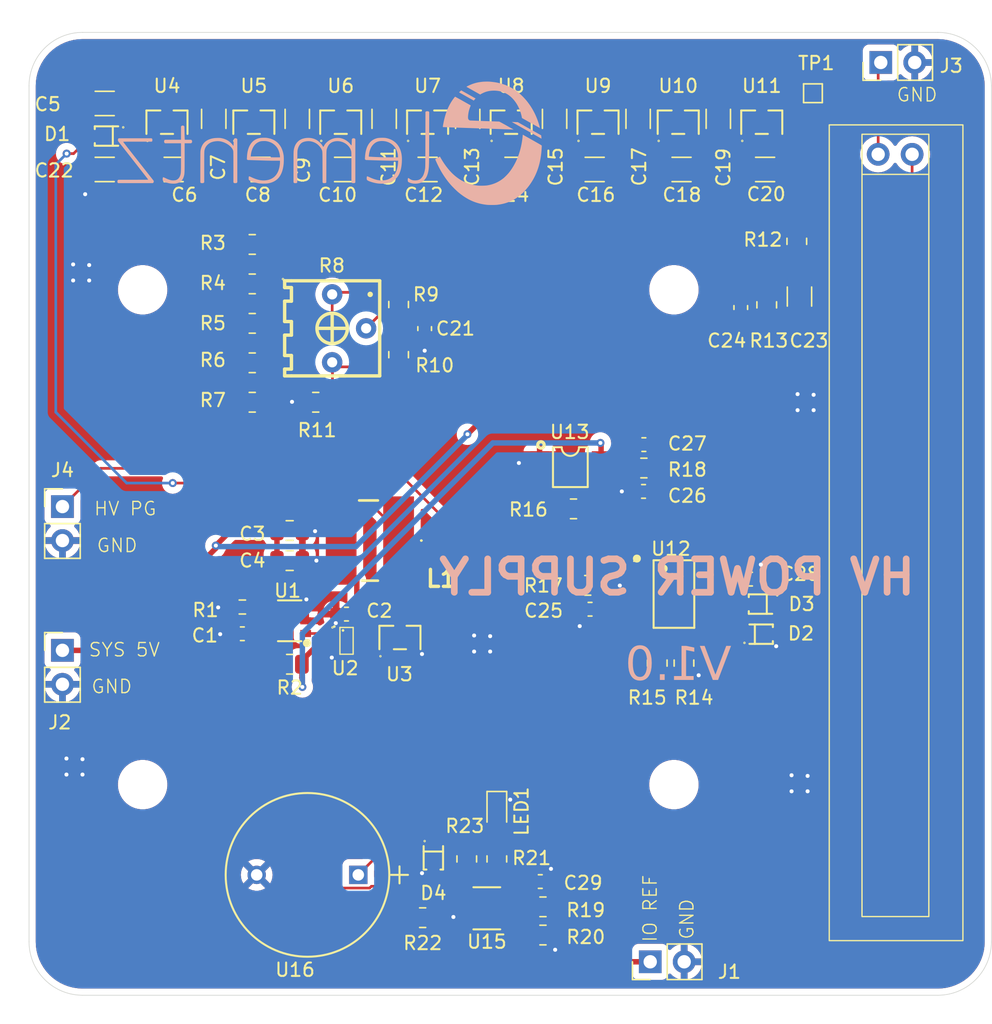
<source format=kicad_pcb>
(kicad_pcb (version 20240108) (generator "pcbnew") (generator_version "8.0")
  (layers (0 "F.Cu" signal) (31 "B.Cu" signal) (34 "B.Paste" user) (35 "F.Paste" user) (36 "B.SilkS" user "B.Silkscreen") (37 "F.SilkS" user "F.Silkscreen") (38 "B.Mask" user) (39 "F.Mask" user) (44 "Edge.Cuts" user))
  (net 0 "")
  (net 1 "GND")
  (net 2 "Net-(U1-V+)")
  (net 3 "SYS_5V")
  (net 4 "Net-(C5-Pad2)")
  (net 5 "/SW_NODE")
  (net 6 "Net-(C22-Pad1)")
  (net 7 "Net-(C6-Pad2)")
  (net 8 "Net-(C7-Pad2)")
  (net 9 "Net-(C10-Pad1)")
  (net 10 "Net-(C11-Pad1)")
  (net 11 "Net-(C10-Pad2)")
  (net 12 "Net-(C11-Pad2)")
  (net 13 "Net-(C12-Pad2)")
  (net 14 "Net-(C13-Pad2)")
  (net 15 "Net-(C14-Pad2)")
  (net 16 "Net-(C15-Pad2)")
  (net 17 "Net-(C16-Pad2)")
  (net 18 "Net-(C17-Pad2)")
  (net 19 "Net-(C18-Pad2)")
  (net 20 "Net-(C19-Pad2)")
  (net 21 "Net-(C20-Pad2)")
  (net 22 "/POT_METER")
  (net 23 "Net-(U14-+)")
  (net 24 "/GEIGER_DETECTB")
  (net 25 "IO_VREF")
  (net 26 "Net-(U12A-IN-)")
  (net 27 "Net-(C26-Pad1)")
  (net 28 "/Page 2/GEIGER_DETECTB")
  (net 29 "Net-(D4-C)")
  (net 30 "Net-(J3-Pin_1)")
  (net 31 "/Page 2/HV_PG")
  (net 32 "Net-(LED1-Pad2)")
  (net 33 "Net-(U1-SET)")
  (net 34 "BOOST_EN")
  (net 35 "Net-(R3-Pad2)")
  (net 36 "Net-(R4-Pad2)")
  (net 37 "Net-(R5-Pad2)")
  (net 38 "Net-(R6-Pad2)")
  (net 39 "Net-(R7-Pad2)")
  (net 40 "Net-(R10-Pad2)")
  (net 41 "Net-(U13-HYST)")
  (net 42 "Net-(U13-IN+)")
  (net 43 "Net-(U15-DIV)")
  (net 44 "Net-(U15-OUT)")
  (net 45 "Net-(U15-SET)")
  (net 47 "Net-(U1-OUT)")
  (net 48 "Net-(U2-Y)")
  (net 49 "/Page 2/DETECT_OUTPUT")
  (net 50 "/Page 2/POT_METER")
  (net 51 "Net-(U12B-IN+)")
  (footprint "HV_POWER_SUPPLY:SOD-323_L1.8-W1.3-LS2.5-RD" (layer "F.Cu") (at 109.75 80.75 180)
    (property "Reference" "D2")
    (property "Value" "BAV21W-7-F")
  )
  (footprint "Capacitor_SMD:C_0603_1608Metric" (layer "F.Cu") (at 70.96005 82.97 180)
    (property "Reference" "C1")
    (property "Value" "1uF")
  )
  (footprint "Connector_PinHeader_2.54mm:PinHeader_1x02_P2.54mm_Vertical" (layer "F.Cu") (at 101.475 107.5 90)
    (property "Reference" "J1")
    (property "Value" "Conn_01x02")
  )
  (footprint "LED_SMD:LED_0603_1608Metric" (layer "F.Cu") (at 90 96.25 -90)
    (property "Reference" "LED1")
    (property "Value" "TLMS1000-GS08")
  )
  (footprint "HV_POWER_SUPPLY:SOD-323_L1.8-W1.3-LS2.5-RD" (layer "F.Cu") (at 109.75 83)
    (property "Reference" "D3")
    (property "Value" "BAV21W-7-F")
  )
  (footprint "HV_POWER_SUPPLY:BAV23S_SOT-23-3_L2.9-W1.6-P1.90-LS2.8-BR" (layer "F.Cu") (at 103.570002 44.714923 -90)
    (property "Reference" "U10")
    (property "Value" "BAV23S")
  )
  (footprint "Resistor_SMD:R_0805_2012Metric" (layer "F.Cu") (at 84.45 104.2)
    (property "Reference" "R22")
    (property "Value" "127K")
  )
  (footprint "Resistor_SMD:R_0805_2012Metric" (layer "F.Cu") (at 74.5 85.25)
    (property "Reference" "R2")
    (property "Value" "221")
  )
  (footprint "Capacitor_SMD:C_1206_3216Metric" (layer "F.Cu") (at 72.320002 48.25)
    (property "Reference" "C8")
    (property "Value" "0.1uF")
  )
  (footprint "Capacitor_SMD:C_1206_3216Metric" (layer "F.Cu") (at 103.820002 48.25)
    (property "Reference" "C18")
    (property "Value" "0.1uF")
  )
  (footprint "HV_POWER_SUPPLY:SI-29BG" (layer "F.Cu") (at 121.070002 47.117497 -90)
    (property "Reference" "U14" (hide yes))
    (property "Value" "SI-29BG" (hide yes))
  )
  (footprint "HV_POWER_SUPPLY:BAV23S_SOT-23-3_L2.9-W1.6-P1.90-LS2.8-BR" (layer "F.Cu") (at 84.820002 44.714923 -90)
    (property "Reference" "U7")
    (property "Value" "BAV23S")
  )
  (footprint "HV_POWER_SUPPLY:BAV23S_SOT-23-3_L2.9-W1.6-P1.90-LS2.8-BR" (layer "F.Cu") (at 97.570002 44.714923 -90)
    (property "Reference" "U9")
    (property "Value" "BAV23S")
  )
  (footprint "Capacitor_SMD:C_0603_1608Metric" (layer "F.Cu") (at 78.75 81.5 180)
    (property "Reference" "C2")
    (property "Value" "1uF")
  )
  (footprint "HV_POWER_SUPPLY:TSOT-23_S6_LIT" (layer "F.Cu") (at 89.25 103.5)
    (property "Reference" "U15")
    (property "Value" "LTC6994CS6-1-TRMPBF")
  )
  (footprint "Capacitor_SMD:C_1206_3216Metric" (layer "F.Cu") (at 106.570002 44.464923 90)
    (property "Reference" "C19")
    (property "Value" "0.1uF")
  )
  (footprint "Resistor_SMD:R_0805_2012Metric" (layer "F.Cu") (at 95.734891 73.630112)
    (property "Reference" "R16")
    (property "Value" "127K")
  )
  (footprint "Capacitor_SMD:C_1206_3216Metric" (layer "F.Cu") (at 75.070002 44.464923 -90)
    (property "Reference" "C9")
    (property "Value" "0.1uF")
  )
  (footprint "HV_POWER_SUPPLY:MSOP-8_L3.0-W3.0-P0.65-LS4.9-BL" (layer "F.Cu") (at 95.5 70.5 -90)
    (property "Reference" "U13")
    (property "Value" "LTC1540IMS8#PBF")
  )
  (footprint "Capacitor_SMD:C_1206_3216Metric" (layer "F.Cu") (at 112.64215 57.753701 -90)
    (property "Reference" "C23")
    (property "Value" "10pF")
  )
  (footprint "Connector_PinHeader_2.54mm:PinHeader_1x02_P2.54mm_Vertical" (layer "F.Cu") (at 118.725 40.25 90)
    (property "Reference" "J3")
    (property "Value" "Conn_01x02")
  )
  (footprint "Capacitor_SMD:C_0603_1608Metric" (layer "F.Cu") (at 84.6 60.15 -90)
    (property "Reference" "C21")
    (property "Value" "47pF")
  )
  (footprint "Capacitor_SMD:C_0603_1608Metric" (layer "F.Cu") (at 96.975 81.135001 180)
    (property "Reference" "C25")
    (property "Value" "47pF")
  )
  (footprint "HV_POWER_SUPPLY:LPS6235473MRB" (layer "F.Cu") (at 80.5 76 180)
    (property "Reference" "L1")
    (property "Value" "LPS6235-473MRB" (hide yes))
  )
  (footprint "Capacitor_SMD:C_1206_3216Metric" (layer "F.Cu") (at 78.570002 48.25)
    (property "Reference" "C10")
    (property "Value" "0.1uF")
  )
  (footprint "HV_POWER_SUPPLY:AI-1223-TWT-5V-5-R_PUI" (layer "F.Cu") (at 79.63325 101 180)
    (property "Reference" "U16")
    (property "Value" "AI-1223-TWT-5V-5-R")
  )
  (footprint "Capacitor_SMD:C_1206_3216Metric" (layer "F.Cu") (at 60.662413 48.25 180)
    (property "Reference" "C22")
    (property "Value" "0.1uF")
  )
  (footprint "HV_POWER_SUPPLY:SOD-323_L1.8-W1.3-LS2.5-RD" (layer "F.Cu") (at 60.820002 45.75 180)
    (property "Reference" "D1")
    (property "Value" "BAV21W-7-F")
  )
  (footprint "Resistor_SMD:R_0805_2012Metric" (layer "F.Cu") (at 71.700001 53.857503)
    (property "Reference" "R3")
    (property "Value" "30Meg")
  )
  (footprint "Resistor_SMD:R_0603_1608Metric" (layer "F.Cu") (at 70.96005 80.97 180)
    (property "Reference" "R1")
    (property "Value" "287K")
  )
  (footprint "HV_POWER_SUPPLY:RES-ADJ-TH_3362P" (layer "F.Cu") (at 78.95 60.129997 -90)
    (property "Reference" "R8")
    (property "Value" "3362P-1-205LF")
  )
  (footprint "Resistor_SMD:R_0805_2012Metric" (layer "F.Cu") (at 104 85.1625 -90)
    (property "Reference" "R14")
    (property "Value" "3Meg")
  )
  (footprint "Capacitor_SMD:C_1206_3216Metric" (layer "F.Cu") (at 91.320002 48.25)
    (property "Reference" "C14")
    (property "Value" "0.1uF")
  )
  (footprint "Resistor_SMD:R_0805_2012Metric" (layer "F.Cu") (at 112.44215 53.623701 -90)
    (property "Reference" "R12")
    (property "Value" "7.5 Meg")
  )
  (footprint "Capacitor_SMD:C_1206_3216Metric" (layer "F.Cu") (at 68.820002 44.464923 -90)
    (property "Reference" "C7")
    (property "Value" "0.1uF")
  )
  (footprint "MountingHole:MountingHole_3.2mm_M3" (layer "F.Cu") (at 103.25 57.25)
    (property "Reference" "H3" (hide yes))
    (property "Value" "MountingHole")
  )
  (footprint "Capacitor_SMD:C_0603_1608Metric" (layer "F.Cu") (at 108.25 58.573701 90)
    (property "Reference" "C24")
    (property "Value" "250pF")
  )
  (footprint "Capacitor_SMD:C_1206_3216Metric" (layer "F.Cu") (at 100.570002 44.464923 -90)
    (property "Reference" "C17")
    (property "Value" "0.1uF")
  )
  (footprint "Capacitor_SMD:C_1206_3216Metric" (layer "F.Cu") (at 110.070002 48.25)
    (property "Reference" "C20")
    (property "Value" "0.1uF")
  )
  (footprint "Resistor_SMD:R_0805_2012Metric" (layer "F.Cu") (at 96.8 79.35)
    (property "Reference" "R17")
    (property "Value" "453K")
  )
  (footprint "Resistor_SMD:R_0805_2012Metric" (layer "F.Cu") (at 71.700001 56.807503)
    (property "Reference" "R4")
    (property "Value" "30Meg")
  )
  (footprint "Connector_PinHeader_2.54mm:PinHeader_1x02_P2.54mm_Vertical" (layer "F.Cu") (at 57.5 73.46)
    (property "Reference" "J4")
    (property "Value" "Conn_01x02")
  )
  (footprint "Resistor_SMD:R_0805_2012Metric" (layer "F.Cu") (at 71.700001 59.757503)
    (property "Reference" "R5")
    (property "Value" "30Meg")
  )
  (footprint "HV_POWER_SUPPLY:SOD-323_L1.8-W1.3-LS2.5-RD" (layer "F.Cu") (at 85.25 99.7 -90)
    (property "Reference" "D4")
    (property "Value" "BAS16HT1G")
  )
  (footprint "Capacitor_SMD:C_1206_3216Metric" (layer "F.Cu") (at 97.320002 48.25)
    (property "Reference" "C16")
    (property "Value" "0.1uF")
  )
  (footprint "HV_POWER_SUPPLY:BAV23S_SOT-23-3_L2.9-W1.6-P1.90-LS2.8-BR" (layer "F.Cu") (at 109.820002 44.714923 -90)
    (property "Reference" "U11")
    (property "Value" "BAV23S")
  )
  (footprint "HV_POWER_SUPPLY:BAV23S_SOT-23-3_L2.9-W1.6-P1.90-LS2.8-BR" (layer "F.Cu") (at 65.320002 44.714923 -90)
    (property "Reference" "U4")
    (property "Value" "BAV23S")
  )
  (footprint "Resistor_SMD:R_0805_2012Metric" (layer "F.Cu") (at 90 99.808255 90)
    (property "Reference" "R21")
    (property "Value" "330")
  )
  (footprint "Capacitor_SMD:C_1206_3216Metric" (layer "F.Cu") (at 94.320002 44.464923 -90)
    (property "Reference" "C15")
    (property "Value" "0.1uF")
  )
  (footprint "MountingHole:MountingHole_3.2mm_M3" (layer "F.Cu") (at 63.5 57.25)
    (property "Reference" "H1" (hide yes))
    (property "Value" "MountingHole")
  )
  (footprint "HV_POWER_SUPPLY:SOIC-8_L4.9-W3.8-P1.27-LS6.0-BL" (layer "F.Cu") (at 103.25 80 -90)
    (property "Reference" "U12")
    (property "Value" "LTC1441CS8#PBF")
  )
  (footprint "MountingHole:MountingHole_3.2mm_M3" (layer "F.Cu") (at 103.25 94.25)
    (property "Reference" "H4" (hide yes))
    (property "Value" "MountingHole")
  )
  (footprint "Capacitor_SMD:C_1206_3216Metric" (layer "F.Cu") (at 81.570002 44.464923 -90)
    (property "Reference" "C11")
    (property "Value" "0.1uF")
  )
  (footprint "HV_POWER_SUPPLY:TSOT-23-6_L2.9-W1.6-P0.95-LS2.8-BR" (layer "F.Cu") (at 74.5 82)
    (property "Reference" "U1")
    (property "Value" "LTC6906IS6#TRPBF")
  )
  (footprint "Capacitor_SMD:C_0805_2012Metric" (layer "F.Cu") (at 74.5 77.5)
    (property "Reference" "C4")
    (property "Value" "10uF")
  )
  (footprint "Resistor_SMD:R_0805_2012Metric" (layer "F.Cu") (at 76.450001 65.657503 180)
    (property "Reference" "R11")
    (property "Value" "2.7Meg")
  )
  (footprint "Capacitor_SMD:C_0805_2012Metric" (layer "F.Cu") (at 74.5 75.25)
    (property "Reference" "C3")
    (property "Value" "10uF")
  )
  (footprint "Resistor_SMD:R_0805_2012Metric" (layer "F.Cu") (at 101 70.575121)
    (property "Reference" "R18")
    (property "Value" "1K")
  )
  (footprint "Capacitor_SMD:C_0603_1608Metric" (layer "F.Cu") (at 108.977584 78.885001)
    (property "Reference" "C28")
    (property "Value" "1uF")
  )
  (footprint "Resistor_SMD:R_0805_2012Metric" (layer "F.Cu") (at 110.19215 58.373701 90)
    (property "Reference" "R13")
    (property "Value" "200K")
  )
  (footprint "Resistor_SMD:R_0805_2012Metric" (layer "F.Cu") (at 93.45 105.5)
    (property "Reference" "R20")
    (property "Value" "453K")
  )
  (footprint "Resistor_SMD:R_0805_2012Metric" (layer "F.Cu") (at 71.700001 62.707503)
    (property "Reference" "R6")
    (property "Value" "7.5Meg")
  )
  (footprint "Resistor_SMD:R_0805_2012Metric" (layer "F.Cu") (at 82.650001 58.35 -90)
    (property "Reference" "R9")
    (property "Value" "1Meg")
  )
  (footprint "Resistor_SMD:R_0805_2012Metric" (layer "F.Cu") (at 71.700001 65.657503)
    (property "Reference" "R7")
    (property "Value" "3Meg")
  )
  (footprint "HV_POWER_SUPPLY:BAV23S_SOT-23-3_L2.9-W1.6-P1.90-LS2.8-BR" (layer "F.Cu") (at 78.320002 44.714923 -90)
    (property "Reference" "U6")
    (property "Value" "BAV23S")
  )
  (footprint "Resistor_SMD:R_0805_2012Metric" (layer "F.Cu") (at 102 85.1625 90)
    (property "Reference" "R15")
    (property "Value" "2Meg")
  )
  (footprint "Capacitor_SMD:C_0603_1608Metric" (layer "F.Cu") (at 101 68.825121)
    (property "Reference" "C27")
    (property "Value" "1uF")
  )
  (footprint "Capacitor_SMD:C_0603_1608Metric" (layer "F.Cu") (at 93.25 101.5)
    (property "Reference" "C29")
    (property "Value" "1uF")
  )
  (footprint "Capacitor_SMD:C_0603_1608Metric" (layer "F.Cu") (at 100.975 72.325121 180)
    (property "Reference" "C26")
    (property "Value" "1uF")
  )
  (footprint "HV_POWER_SUPPLY:SC-70-5_L2.0-W1.3-P0.65-LS2.1-BR" (layer "F.Cu") (at 78.75 83.5 180)
    (property "Reference" "U2")
    (property "Value" "SN74LVC1G08DCKR_C5279048")
  )
  (footprint "TestPoint:TestPoint_Pad_1.0x1.0mm" (layer "F.Cu") (at 113.65 42.55)
    (property "Reference" "TP1")
    (property "Value" "TestPoint")
  )
  (footprint "Capacitor_SMD:C_1206_3216Metric" (layer "F.Cu") (at 65.820002 48.25)
    (property "Reference" "C6")
    (property "Value" "0.1uF")
  )
  (footprint "HV_POWER_SUPPLY:SOT-23-3_L2.9-W1.6-P1.90-LS2.8-BR" (layer "F.Cu") (at 82.75 83.25 -90)
    (property "Reference" "U3")
    (property "Value" "DMN10H220L-7")
  )
  (footprint "Connector_PinHeader_2.54mm:PinHeader_1x02_P2.54mm_Vertical" (layer "F.Cu") (at 57.5 84.21)
    (property "Reference" "J2")
    (property "Value" "Conn_01x02")
  )
  (footprint "Resistor_SMD:R_0805_2012Metric" (layer "F.Cu") (at 82.650001 62.1 -90)
    (property "Reference" "R10")
    (property "Value" "1Meg")
  )
  (footprint "MountingHole:MountingHole_3.2mm_M3" (layer "F.Cu") (at 63.5 94.25)
    (property "Reference" "H2" (hide yes))
    (property "Value" "MountingHole")
  )
  (footprint "Capacitor_SMD:C_1206_3216Metric" (layer "F.Cu") (at 87.820002 44.464923 -90)
    (property "Reference" "C13")
    (property "Value" "0.1uF")
  )
  (footprint "HV_POWER_SUPPLY:BAV23S_SOT-23-3_L2.9-W1.6-P1.90-LS2.8-BR" (layer "F.Cu") (at 71.820002 44.714923 -90)
    (property "Reference" "U5")
    (property "Value" "BAV23S")
  )
  (footprint "Resistor_SMD:R_0805_2012Metric" (layer "F.Cu") (at 87.75 99.808255 90)
    (property "Reference" "R23")
    (property "Value" "100")
  )
  (footprint "Capacitor_SMD:C_1206_3216Metric" (layer "F.Cu") (at 60.662413 43.314923)
    (property "Reference" "C5")
    (property "Value" "0.1uF")
  )
  (footprint "Resistor_SMD:R_0805_2012Metric" (layer "F.Cu") (at 93.45 103.39)
    (property "Reference" "R19")
    (property "Value" "127K")
  )
  (footprint "Capacitor_SMD:C_1206_3216Metric" (layer "F.Cu") (at 84.820002 48.25)
    (property "Reference" "C12")
    (property "Value" "0.1uF")
  )
  (footprint "HV_POWER_SUPPLY:BAV23S_SOT-23-3_L2.9-W1.6-P1.90-LS2.8-BR" (layer "F.Cu") (at 91.070002 44.714923 -90)
    (property "Reference" "U8")
    (property "Value" "BAV23S")
  )
  (gr_poly (pts (xy 91.163449 44.699288) (xy 91.250943 44.702199) (xy 91.318137 44.70455) (xy 91.390725 44.707372) (xy 91.567599 44.713431) (xy 92.442576 45.206482) (xy 93.317553 45.698527) (xy 93.329592 45.820778) (xy 93.334311 45.868045) (xy 93.337579 45.907164) (xy 93.338588 45.922425) (xy 93.339136 45.934159) (xy 93.339191 45.941867) (xy 93.339024 45.944056) (xy 93.338721 45.945052) (xy 93.252542 45.898118) (xy 93.020476 45.768873) (xy 92.259617 45.341869) (xy 91.148234 44.717479) (xy 91.112914 44.698283)) (stroke (width -0.000001)) (fill solid) (layer "B.SilkS"))
  (gr_poly (pts (xy 72.673219 45.878989) (xy 72.72898 45.880983) (xy 72.76988 45.88441) (xy 72.810194 45.890313) (xy 72.854274 45.897933) (xy 72.900486 45.906904) (xy 72.947196 45.916858) (xy 72.992768 45.927429) (xy 73.03557 45.938249) (xy 73.073967 45.948951) (xy 73.106325 45.959168) (xy 73.202159 45.996573) (xy 73.248212 46.017185) (xy 73.293022 46.039072) (xy 73.33659 46.062235) (xy 73.378915 46.086672) (xy 73.419998 46.112386) (xy 73.45984 46.139377) (xy 73.498439 46.167645) (xy 73.535797 46.19719) (xy 73.571913 46.228014) (xy 73.606789 46.260117) (xy 73.640423 46.293499) (xy 73.672816 46.328161) (xy 73.703969 46.364104) (xy 73.733881 46.401328) (xy 73.762553 46.439834) (xy 73.789985 46.479622) (xy 73.816177 46.520692) (xy 73.84113 46.563046) (xy 73.864843 46.606684) (xy 73.887316 46.651606) (xy 73.928546 46.745306) (xy 73.96482 46.84415) (xy 73.996141 46.948144) (xy 74.02251 47.05729) (xy 74.043928 47.171594) (xy 74.04819 47.201416) (xy 74.051885 47.235938) (xy 74.057568 47.316764) (xy 74.060978 47.409431) (xy 74.062115 47.509297) (xy 74.060978 47.611721) (xy 74.057568 47.712062) (xy 74.051885 47.805678) (xy 74.043928 47.887928) (xy 74.022269 48.039796) (xy 73.994354 48.182525) (xy 73.960083 48.316236) (xy 73.919358 48.441046) (xy 73.87208 48.557078) (xy 73.818148 48.66445) (xy 73.788657 48.714926) (xy 73.757465 48.763282) (xy 73.72456 48.809533) (xy 73.689931 48.853695) (xy 73.653563 48.895781) (xy 73.615446 48.935808) (xy 73.575567 48.973789) (xy 73.533913 49.009741) (xy 73.490471 49.043677) (xy 73.445231 49.075614) (xy 73.398178 49.105565) (xy 73.349301 49.133547) (xy 73.298588 49.159573) (xy 73.246025 49.183659) (xy 73.135303 49.226072) (xy 73.017037 49.260904) (xy 72.891126 49.288275) (xy 72.859215 49.293224) (xy 72.822633 49.297465) (xy 72.737978 49.303839) (xy 72.642218 49.307419) (xy 72.540407 49.308229) (xy 72.437602 49.306293) (xy 72.338858 49.301634) (xy 72.24923 49.294275) (xy 72.209415 49.28959) (xy 72.173774 49.28424) (xy 72.053308 49.260666) (xy 71.934464 49.232439) (xy 71.820759 49.200779) (xy 71.715708 49.166905) (xy 71.622828 49.132037) (xy 71.582052 49.114612) (xy 71.545637 49.097395) (xy 71.514024 49.08054) (xy 71.487652 49.064198) (xy 71.466959 49.048523) (xy 71.452387 49.033666) (xy 71.449152 49.029373) (xy 71.446255 49.025143) (xy 71.444929 49.023019) (xy 71.443681 49.020872) (xy 71.44251 49.018688) (xy 71.441414 49.016455) (xy 71.44039 49.01416) (xy 71.439437 49.01179) (xy 71.438552 49.009332) (xy 71.437733 49.006773) (xy 71.436979 49.0041) (xy 71.436287 49.0013) (xy 71.435656 48.998361) (xy 71.435082 48.995268) (xy 71.434565 48.99201) (xy 71.434103 48.988573) (xy 71.433332 48.981112) (xy 71.432753 48.97278) (xy 71.43235 48.963475) (xy 71.432107 48.953092) (xy 71.432008 48.941529) (xy 71.432036 48.928681) (xy 71.432174 48.914445) (xy 71.43262 48.882964) (xy 71.433369 48.855499) (xy 71.434677 48.83192) (xy 71.4368 48.812099) (xy 71.438248 48.803557) (xy 71.439995 48.795907) (xy 71.442075 48.789131) (xy 71.444518 48.783215) (xy 71.447357 48.778141) (xy 71.450624 48.773894) (xy 71.454351 48.770458) (xy 71.458569 48.767816) (xy 71.463312 48.765953) (xy 71.468611 48.764852) (xy 71.474497 48.764497) (xy 71.481004 48.764873) (xy 71.488162 48.765963) (xy 71.496005 48.767751) (xy 71.504563 48.77022) (xy 71.513869 48.773356) (xy 71.534854 48.78156) (xy 71.559215 48.792234) (xy 71.619089 48.820478) (xy 71.700779 48.858255) (xy 71.780023 48.892805) (xy 71.857003 48.924166) (xy 71.9319 48.952379) (xy 72.004897 48.977484) (xy 72.076176 48.999521) (xy 72.145919 49.01853) (xy 72.214308 49.034551) (xy 72.281525 49.047623) (xy 72.347752 49.057787) (xy 72.413171 49.065083) (xy 72.477964 49.069551) (xy 72.542314 49.071231) (xy 72.606401 49.070162) (xy 72.670409 49.066385) (xy 72.734519 49.059939) (xy 72.789526 49.052123) (xy 72.84315 49.042323) (xy 72.895383 49.030547) (xy 72.946216 49.016807) (xy 72.995638 49.001113) (xy 73.043642 48.983474) (xy 73.090219 48.963901) (xy 73.135358 48.942405) (xy 73.179051 48.918995) (xy 73.22129 48.893682) (xy 73.262064 48.866475) (xy 73.301365 48.837385) (xy 73.339184 48.806422) (xy 73.375512 48.773596) (xy 73.410339 48.738918) (xy 73.443657 48.702398) (xy 73.475456 48.664045) (xy 73.505728 48.62387) (xy 73.534464 48.581884) (xy 73.561653 48.538095) (xy 73.587288 48.492515) (xy 73.611359 48.445154) (xy 73.633858 48.396022) (xy 73.654774 48.345129) (xy 73.674099 48.292485) (xy 73.691824 48.2381) (xy 73.70794 48.181985) (xy 73.722438 48.12415) (xy 73.735309 48.064604) (xy 73.746543 48.003359) (xy 73.764066 47.875809) (xy 73.766283 47.854052) (xy 73.768359 47.830212) (xy 73.771894 47.779314) (xy 73.77326 47.753772) (xy 73.774294 47.729179) (xy 73.774949 47.70629) (xy 73.775178 47.685865) (xy 73.775178 47.594928) (xy 73.398319 47.594928) (xy 73.124419 47.593508) (xy 72.821156 47.58811) (xy 72.418248 47.57703) (xy 71.845413 47.558561) (xy 71.355391 47.542395) (xy 71.326089 47.516122) (xy 71.297805 47.488844) (xy 71.303864 47.33729) (xy 71.308083 47.27114) (xy 71.587176 47.27114) (xy 71.587352 47.276283) (xy 71.587832 47.280494) (xy 71.588196 47.282279) (xy 71.588648 47.283866) (xy 71.589192 47.285266) (xy 71.589832 47.286492) (xy 71.590571 47.287555) (xy 71.591413 47.288465) (xy 71.592363 47.289237) (xy 71.593424 47.289879) (xy 71.5946 47.290406) (xy 71.595895 47.290827) (xy 71.598858 47.291402) (xy 71.602343 47.291697) (xy 71.611005 47.291822) (xy 71.642029 47.293054) (xy 71.706107 47.296371) (xy 71.895921 47.306982) (xy 72.206638 47.321883) (xy 72.559221 47.332997) (xy 72.936809 47.339944) (xy 73.322543 47.342344) (xy 73.775178 47.342344) (xy 73.775178 47.305963) (xy 73.774563 47.28249) (xy 73.772763 47.256599) (xy 73.76985 47.228597) (xy 73.765895 47.198791) (xy 73.755144 47.134992) (xy 73.741078 47.067651) (xy 73.724266 46.999222) (xy 73.705275 46.932154) (xy 73.684675 46.868898) (xy 73.673949 46.839467) (xy 73.663034 46.811907) (xy 73.648329 46.778204) (xy 73.63246 46.745118) (xy 73.61545 46.712667) (xy 73.597326 46.680869) (xy 73.578112 46.649743) (xy 73.557832 46.619308) (xy 73.536513 46.589581) (xy 73.514179 46.560582) (xy 73.466565 46.50484) (xy 73.41519 46.45223) (xy 73.360254 46.4029) (xy 73.301957 46.356997) (xy 73.240499 46.314671) (xy 73.17608 46.276068) (xy 73.108898 46.241336) (xy 73.039155 46.210625) (xy 72.967049 46.184081) (xy 72.89278 46.161853) (xy 72.816549 46.144089) (xy 72.738554 46.130936) (xy 72.718073 46.12854) (xy 72.694807 46.126652) (xy 72.641658 46.124347) (xy 72.582589 46.123913) (xy 72.52108 46.125244) (xy 72.460613 46.128233) (xy 72.404669 46.132774) (xy 72.356729 46.138759) (xy 72.336848 46.142261) (xy 72.320274 46.146083) (xy 72.294983 46.153062) (xy 72.269553 46.161088) (xy 72.244058 46.170117) (xy 72.218573 46.180106) (xy 72.19317 46.191013) (xy 72.167924 46.202795) (xy 72.14291 46.215408) (xy 72.1182 46.22881) (xy 72.093869 46.242958) (xy 72.069992 46.257809) (xy 72.046641 46.273319) (xy 72.023892 46.289447) (xy 72.001818 46.306149) (xy 71.980493 46.323382) (xy 71.95999 46.341104) (xy 71.940385 46.359271) (xy 71.904944 46.395547) (xy 71.871031 46.434938) (xy 71.838704 46.477292) (xy 71.808024 46.522457) (xy 71.779048 46.57028) (xy 71.751837 46.620609) (xy 71.72645 46.673292) (xy 71.702945 46.728175) (xy 71.681382 46.785106) (xy 71.66182 46.843934) (xy 71.644319 46.904505) (xy 71.628937 46.966667) (xy 71.615733 47.030267) (xy 71.604767 47.095154) (xy 71.596099 47.161174) (xy 71.589786 47.228176) (xy 71.588169 47.249184) (xy 71.587616 47.257684) (xy 71.587275 47.264971) (xy 71.587176 47.27114) (xy 71.308083 47.27114) (xy 71.313643 47.183967) (xy 71.330804 47.038542) (xy 71.355271 46.901124) (xy 71.386965 46.771822) (xy 71.425811 46.650742) (xy 71.471732 46.537994) (xy 71.524649 46.433684) (xy 71.584488 46.337922) (xy 71.65117 46.250816) (xy 71.687053 46.210542) (xy 71.724619 46.172472) (xy 71.763856 46.136621) (xy 71.804757 46.103) (xy 71.847311 46.071625) (xy 71.891508 46.042508) (xy 71.93734 46.015662) (xy 71.984796 45.991103) (xy 72.033866 45.968842) (xy 72.084542 45.948893) (xy 72.136813 45.93127) (xy 72.19067 45.915987) (xy 72.303103 45.892493) (xy 72.344333 45.887625) (xy 72.400329 45.883694) (xy 72.466153 45.880782) (xy 72.536868 45.878971) (xy 72.607536 45.878346)) (stroke (width -0.000001)) (fill solid) (layer "B.SilkS"))
  (gr_poly (pts (xy 75.964688 45.88935) (xy 76.024222 45.893634) (xy 76.083046 45.900524) (xy 76.141057 45.910009) (xy 76.19815 45.922081) (xy 76.254223 45.936732) (xy 76.309172 45.953951) (xy 76.362894 45.973731) (xy 76.415285 45.996062) (xy 76.466241 46.020935) (xy 76.503459 46.041307) (xy 76.540378 46.063333) (xy 76.576892 46.086916) (xy 76.612895 46.111958) (xy 76.648281 46.138362) (xy 76.682945 46.166031) (xy 76.716778 46.194865) (xy 76.749676 46.224768) (xy 76.781533 46.255643) (xy 76.812241 46.28739) (xy 76.841695 46.319913) (xy 76.869789 46.353114) (xy 76.896416 46.386895) (xy 76.92147 46.421159) (xy 76.944846 46.455807) (xy 76.966436 46.490742) (xy 76.970251 46.497285) (xy 76.974135 46.503631) (xy 76.978058 46.509748) (xy 76.981991 46.515607) (xy 76.985902 46.521176) (xy 76.989763 46.526424) (xy 76.993542 46.53132) (xy 76.997211 46.535833) (xy 77.000738 46.539931) (xy 77.004094 46.543583) (xy 77.00725 46.546759) (xy 77.010173 46.549427) (xy 77.012836 46.551557) (xy 77.015208 46.553116) (xy 77.017258 46.554075) (xy 77.018153 46.554319) (xy 77.018957 46.554401) (xy 77.019844 46.554325) (xy 77.020794 46.554097) (xy 77.021803 46.553721) (xy 77.022869 46.553199) (xy 77.023991 46.552535) (xy 77.025164 46.55173) (xy 77.026389 46.550788) (xy 77.027661 46.549712) (xy 77.028978 46.548504) (xy 77.030339 46.547167) (xy 77.033181 46.544117) (xy 77.036167 46.540584) (xy 77.039279 46.536592) (xy 77.042499 46.532161) (xy 77.045806 46.527314) (xy 77.049183 46.522073) (xy 77.05261 46.516461) (xy 77.056069 46.5105) (xy 77.059541 46.504212) (xy 77.063007 46.497618) (xy 77.066449 46.490742) (xy 77.092418 46.442153) (xy 77.122074 46.394611) (xy 77.155221 46.348265) (xy 77.191665 46.303263) (xy 77.23121 46.259752) (xy 77.273662 46.21788) (xy 77.318825 46.177797) (xy 77.366503 46.139649) (xy 77.416502 46.103584) (xy 77.468627 46.069752) (xy 77.522683 46.038299) (xy 77.578473 46.009375) (xy 77.635804 45.983126) (xy 77.69448 45.959701) (xy 77.754306 45.939248) (xy 77.815087 45.921915) (xy 77.839554 45.915961) (xy 77.865808 45.910607) (xy 77.893598 45.905859) (xy 77.922675 45.901726) (xy 77.952789 45.898214) (xy 77.983688 45.895331) (xy 78.046846 45.891481) (xy 78.110145 45.890236) (xy 78.141223 45.890608) (xy 78.171586 45.891654) (xy 78.200984 45.893381) (xy 78.229167 45.895796) (xy 78.255884 45.898906) (xy 78.280886 45.902719) (xy 78.335908 45.913978) (xy 78.390644 45.927995) (xy 78.444947 45.944683) (xy 78.49867 45.963961) (xy 78.551666 45.985742) (xy 78.60379 46.009943) (xy 78.654894 46.036479) (xy 78.704832 46.065266) (xy 78.753456 46.09622) (xy 78.800621 46.129256) (xy 78.846179 46.164291) (xy 78.889984 46.201239) (xy 78.93189 46.240016) (xy 78.971748 46.280539) (xy 79.009414 46.322722) (xy 79.044739 46.366481) (xy 79.056451 46.381722) (xy 79.067962 46.396157) (xy 79.078962 46.409455) (xy 79.089139 46.421286) (xy 79.098181 46.431317) (xy 79.105777 46.439217) (xy 79.111614 46.444654) (xy 79.113776 46.446346) (xy 79.115382 46.447298) (xy 79.116866 46.44768) (xy 79.118293 46.447671) (xy 79.119667 46.447249) (xy 79.120988 46.446389) (xy 79.122261 46.44507) (xy 79.123486 46.443266) (xy 79.124667 46.440956) (xy 79.125806 46.438116) (xy 79.126905 46.434721) (xy 79.127967 46.43075) (xy 79.128994 46.426179) (xy 79.129988 46.420985) (xy 79.130952 46.415143) (xy 79.131888 46.408631) (xy 79.133687 46.393505) (xy 79.135404 46.375418) (xy 79.137059 46.354184) (xy 79.138669 46.329618) (xy 79.140254 46.301532) (xy 79.141835 46.26974) (xy 79.143429 46.234056) (xy 79.145056 46.194292) (xy 79.146735 46.150264) (xy 79.152821 45.983549) (xy 79.184174 45.950212) (xy 79.189404 45.944855) (xy 79.194208 45.940121) (xy 79.198703 45.935974) (xy 79.20087 45.934108) (xy 79.203005 45.932374) (xy 79.20512 45.930767) (xy 79.207231 45.929283) (xy 79.209352 45.927917) (xy 79.211498 45.926663) (xy 79.213683 45.925517) (xy 79.215922 45.924475) (xy 79.218229 45.923531) (xy 79.22062 45.92268) (xy 79.223108 45.921919) (xy 79.225709 45.921241) (xy 79.228436 45.920643) (xy 79.231305 45.920119) (xy 79.23433 45.919664) (xy 79.237525 45.919274) (xy 79.240906 45.918944) (xy 79.244486 45.91867) (xy 79.252304 45.918266) (xy 79.261096 45.918026) (xy 79.270979 45.91791) (xy 79.282069 45.91788) (xy 79.303087 45.918028) (xy 79.311902 45.918273) (xy 79.319745 45.918685) (xy 79.326735 45.919305) (xy 79.332989 45.920172) (xy 79.338627 45.921325) (xy 79.343767 45.922806) (xy 79.348527 45.924654) (xy 79.353025 45.926908) (xy 79.357381 45.92961) (xy 79.361712 45.932798) (xy 79.366136 45.936513) (xy 79.370773 45.940795) (xy 79.375741 45.945683) (xy 79.381157 45.951217) (xy 79.413435 45.984568) (xy 79.413435 49.21566) (xy 79.386183 49.243957) (xy 79.381637 49.248602) (xy 79.377382 49.252712) (xy 79.375321 49.254576) (xy 79.373282 49.256318) (xy 79.371248 49.257943) (xy 79.369201 49.259455) (xy 79.367124 49.260857) (xy 79.365001 49.262153) (xy 79.362815 49.263348) (xy 79.360548 49.264446) (xy 79.358183 49.265451) (xy 79.355704 49.266366) (xy 79.353093 49.267197) (xy 79.350332 49.267946) (xy 79.347407 49.268619) (xy 79.344298 49.269219) (xy 79.340989 49.26975) (xy 79.337463 49.270216) (xy 79.333703 49.270621) (xy 79.329692 49.27097) (xy 79.325413 49.271266) (xy 79.320848 49.271514) (xy 79.310795 49.271881) (xy 79.299397 49.272103) (xy 79.286516 49.272212) (xy 79.272017 49.272241) (xy 79.243834 49.272135) (xy 79.232214 49.271935) (xy 79.222026 49.271579) (xy 79.21311 49.271021) (xy 79.205304 49.270218) (xy 79.198446 49.269124) (xy 79.192376 49.267697) (xy 79.186933 49.26589) (xy 79.181954 49.26366) (xy 79.177279 49.260962) (xy 79.172747 49.257752) (xy 79.168197 49.253986) (xy 79.163466 49.249619) (xy 79.152821 49.238903) (xy 79.120408 49.205566) (xy 79.120408 48.079023) (xy 79.119978 47.44815) (xy 79.117664 47.102008) (xy 79.115319 47.00546) (xy 79.111926 46.943794) (xy 79.107293 46.904909) (xy 79.101227 46.876704) (xy 79.093304 46.847873) (xy 79.084318 46.819351) (xy 79.074271 46.791136) (xy 79.063164 46.763229) (xy 79.050998 46.73563) (xy 79.037775 46.708339) (xy 79.023495 46.681356) (xy 79.008159 46.65468) (xy 78.99177 46.628312) (xy 78.974327 46.602252) (xy 78.955833 46.576499) (xy 78.936288 46.551054) (xy 78.915693 46.525917) (xy 78.89405 46.501088) (xy 78.87136 46.476566) (xy 78.847624 46.452351) (xy 78.801583 46.40943) (xy 78.753364 46.36936) (xy 78.703132 46.3322) (xy 78.651053 46.298007) (xy 78.597293 46.26684) (xy 78.542017 46.238755) (xy 78.485391 46.213811) (xy 78.427581 46.192064) (xy 78.368753 46.173574) (xy 78.309072 46.158398) (xy 78.248703 46.146592) (xy 78.187813 46.138216) (xy 78.126568 46.133327) (xy 78.065132 46.131982) (xy 78.003672 46.134239) (xy 77.942353 46.140156) (xy 77.884171 46.148968) (xy 77.828577 46.160635) (xy 77.775555 46.17517) (xy 77.725088 46.192587) (xy 77.677161 46.212898) (xy 77.631757 46.236117) (xy 77.58886 46.262258) (xy 77.548454 46.291333) (xy 77.510522 46.323356) (xy 77.475048 46.358341) (xy 77.442015 46.3963) (xy 77.411408 46.437247) (xy 77.38321 46.481196) (xy 77.357405 46.528159) (xy 77.333977 46.578151) (xy 77.312909 46.631183) (xy 77.290066 46.692614) (xy 77.280944 46.719892) (xy 77.276906 46.733729) (xy 77.273196 46.748101) (xy 77.2698 46.763312) (xy 77.266704 46.779662) (xy 77.263891 46.797454) (xy 77.261348 46.816991) (xy 77.25906 46.838575) (xy 77.257012 46.862508) (xy 77.255188 46.889092) (xy 77.253575 46.91863) (xy 77.25092 46.987776) (xy 77.248927 47.072365) (xy 77.247479 47.174814) (xy 77.246456 47.297543) (xy 77.245213 47.61351) (xy 77.244249 48.039614) (xy 77.240147 49.216678) (xy 77.213954 49.243957) (xy 77.209406 49.248602) (xy 77.205147 49.252712) (xy 77.203084 49.254576) (xy 77.201041 49.256318) (xy 77.199003 49.257943) (xy 77.196952 49.259455) (xy 77.194872 49.260857) (xy 77.192745 49.262153) (xy 77.190554 49.263348) (xy 77.188283 49.264446) (xy 77.185914 49.265451) (xy 77.183431 49.266366) (xy 77.180816 49.267197) (xy 77.178053 49.267946) (xy 77.175124 49.268619) (xy 77.172013 49.269219) (xy 77.168702 49.26975) (xy 77.165175 49.270216) (xy 77.161414 49.270621) (xy 77.157403 49.27097) (xy 77.153125 49.271266) (xy 77.148562 49.271514) (xy 77.138516 49.271881) (xy 77.127128 49.272103) (xy 77.114264 49.272212) (xy 77.099786 49.272241) (xy 77.072406 49.272103) (xy 77.061007 49.271881) (xy 77.050954 49.271514) (xy 77.04211 49.27097) (xy 77.034339 49.270216) (xy 77.027504 49.269219) (xy 77.02147 49.267946) (xy 77.016098 49.266366) (xy 77.011254 49.264446) (xy 77.006801 49.262153) (xy 77.002602 49.259455) (xy 76.99852 49.256318) (xy 76.994421 49.252712) (xy 76.985619 49.243957) (xy 76.959293 49.216678) (xy 76.95625 48.074975) (xy 76.953652 47.355923) (xy 76.951164 47.139662) (xy 76.946576 46.994157) (xy 76.938906 46.900843) (xy 76.927172 46.841154) (xy 76.910394 46.796526) (xy 76.88759 46.748394) (xy 76.873862 46.720739) (xy 76.858175 46.692446) (xy 76.840675 46.663682) (xy 76.821509 46.634615) (xy 76.800823 46.605412) (xy 76.778763 46.576241) (xy 76.755475 46.547267) (xy 76.731106 46.518659) (xy 76.705803 46.490585) (xy 76.679711 46.46321) (xy 76.652976 46.436703) (xy 76.625746 46.411231) (xy 76.598166 46.386961) (xy 76.570383 46.36406) (xy 76.542544 46.342697) (xy 76.514793 46.323036) (xy 76.485058 46.303563) (xy 76.454264 46.284953) (xy 76.422511 46.267241) (xy 76.389903 46.250459) (xy 76.356543 46.234642) (xy 76.322533 46.219825) (xy 76.287974 46.206041) (xy 76.252971 46.193324) (xy 76.217625 46.181709) (xy 76.182039 46.171229) (xy 76.146316 46.161919) (xy 76.110557 46.153811) (xy 76.074866 46.146942) (xy 76.039345 46.141343) (xy 76.004096 46.137051) (xy 75.969223 46.134097) (xy 75.934282 46.132467) (xy 75.898559 46.1321) (xy 75.862267 46.132955) (xy 75.82562 46.134993) (xy 75.78883 46.138174) (xy 75.75211 46.142457) (xy 75.715674 46.147804) (xy 75.679735 46.154173) (xy 75.644506 46.161525) (xy 75.6102 46.169819) (xy 75.57703 46.179017) (xy 75.54521 46.189078) (xy 75.514953 46.199962) (xy 75.486472 46.211629) (xy 75.45998 46.224039) (xy 75.435689 46.237152) (xy 75.420484 46.246413) (xy 75.405554 46.256197) (xy 75.3909 46.266499) (xy 75.376527 46.277316) (xy 75.362436 46.288644) (xy 75.34863 46.300478) (xy 75.321883 46.32565) (xy 75.296308 46.3528) (xy 75.271925 46.381894) (xy 75.248755 46.412901) (xy 75.226817 46.445787) (xy 75.206135 46.48052) (xy 75.186727 46.517067) (xy 75.168614 46.555397) (xy 75.151819 46.595475) (xy 75.13636 46.63727) (xy 75.122259 46.680749) (xy 75.109537 46.72588) (xy 75.098214 46.77263) (xy 75.094138 46.790523) (xy 75.090566 46.807935) (xy 75.088957 46.817043) (xy 75.08746 46.82673) (xy 75.08607 46.837228) (xy 75.084782 46.84877) (xy 75.083591 46.861589) (xy 75.082492 46.875919) (xy 75.080554 46.910041) (xy 75.078928 46.952998) (xy 75.077576 47.006654) (xy 75.076459 47.072872) (xy 75.07554 47.153516) (xy 75.07478 47.25045) (xy 75.07414 47.365535) (xy 75.073069 47.657616) (xy 75.072019 48.044667) (xy 75.067918 49.216678) (xy 75.041726 49.243957) (xy 75.037178 49.248602) (xy 75.032918 49.252712) (xy 75.030855 49.254576) (xy 75.028812 49.256318) (xy 75.026774 49.257943) (xy 75.024724 49.259455) (xy 75.022643 49.260857) (xy 75.020516 49.262153) (xy 75.018326 49.263348) (xy 75.016054 49.264446) (xy 75.013686 49.265451) (xy 75.011202 49.266366) (xy 75.008588 49.267197) (xy 75.005824 49.267946) (xy 75.002895 49.268619) (xy 74.999784 49.269219) (xy 74.996473 49.26975) (xy 74.992946 49.270216) (xy 74.989186 49.270621) (xy 74.985175 49.27097) (xy 74.980896 49.271266) (xy 74.976334 49.271514) (xy 74.966287 49.271881) (xy 74.9549 49.272103) (xy 74.942035 49.272212) (xy 74.927557 49.272241) (xy 74.900175 49.272103) (xy 74.888773 49.271881) (xy 74.878717 49.271514) (xy 74.869869 49.27097) (xy 74.862094 49.270216) (xy 74.855255 49.269219) (xy 74.849216 49.267946) (xy 74.84384 49.266366) (xy 74.838992 49.264446) (xy 74.834535 49.262153) (xy 74.830333 49.259455) (xy 74.82625 49.256318) (xy 74.822149 49.252712) (xy 74.813349 49.243957) (xy 74.786058 49.21566) (xy 74.786058 48.082053) (xy 74.788712 47.138386) (xy 74.793308 46.936314) (xy 74.801218 46.834264) (xy 74.815295 46.746866) (xy 74.833963 46.663182) (xy 74.857149 46.583305) (xy 74.884781 46.507325) (xy 74.916787 46.435336) (xy 74.953093 46.367428) (xy 74.993628 46.303694) (xy 75.038318 46.244225) (xy 75.087093 46.189113) (xy 75.139878 46.138451) (xy 75.196601 46.092328) (xy 75.257191 46.050839) (xy 75.321574 46.014073) (xy 75.389678 45.982124) (xy 75.461431 45.955083) (xy 75.53676 45.933041) (xy 75.598367 45.918842) (xy 75.659988 45.907311) (xy 75.72152 45.898438) (xy 75.78286 45.892214) (xy 75.843903 45.888631) (xy 75.904547 45.887679)) (stroke (width -0.000001)) (fill solid) (layer "B.SilkS"))
  (gr_poly (pts (xy 92.648686 46.047209) (xy 93.003629 46.247574) (xy 93.220286 46.372543) (xy 93.286221 46.412318) (xy 93.328943 46.439921) (xy 93.352236 46.457577) (xy 93.35778 46.463371) (xy 93.359887 46.467512) (xy 93.360541 46.476928) (xy 93.360599 46.492963) (xy 93.359112 46.542093) (xy 93.355792 46.609314) (xy 93.351007 46.689038) (xy 93.338511 46.863641) (xy 93.331536 46.947342) (xy 93.324564 47.021192) (xy 93.307224 47.172034) (xy 93.286256 47.320698) (xy 93.261658 47.467183) (xy 93.233428 47.611489) (xy 93.201562 47.753617) (xy 93.166058 47.893566) (xy 93.126913 48.031337) (xy 93.084124 48.166929) (xy 93.037689 48.300343) (xy 92.987605 48.431578) (xy 92.93387 48.560634) (xy 92.87648 48.687511) (xy 92.815433 48.81221) (xy 92.750726 48.93473) (xy 92.682356 49.055071) (xy 92.610322 49.173234) (xy 92.555551 49.257728) (xy 92.498609 49.341347) (xy 92.439662 49.4239) (xy 92.378879 49.505198) (xy 92.316429 49.585051) (xy 92.252481 49.663271) (xy 92.187201 49.739668) (xy 92.12076 49.814051) (xy 92.053324 49.886233) (xy 91.985064 49.956022) (xy 91.916146 50.02323) (xy 91.84674 50.087667) (xy 91.777014 50.149144) (xy 91.707136 50.207471) (xy 91.637275 50.262459) (xy 91.567599 50.313918) (xy 91.481619 50.373601) (xy 91.394843 50.429922) (xy 91.307137 50.482931) (xy 91.218368 50.532676) (xy 91.128403 50.579207) (xy 91.037108 50.622572) (xy 90.944352 50.66282) (xy 90.85 50.7) (xy 90.753919 50.734161) (xy 90.655977 50.765352) (xy 90.55604 50.793621) (xy 90.453975 50.819017) (xy 90.349648 50.84159) (xy 90.242928 50.861388) (xy 90.13368 50.87846) (xy 90.021771 50.892854) (xy 89.952068 50.898488) (xy 89.85941 50.902513) (xy 89.751339 50.904927) (xy 89.635397 50.905732) (xy 89.519126 50.904927) (xy 89.410069 50.902513) (xy 89.315768 50.898488) (xy 89.243765 50.892854) (xy 89.094784 50.873786) (xy 88.948919 50.849856) (xy 88.805942 50.820962) (xy 88.665627 50.787002) (xy 88.527747 50.747874) (xy 88.392074 50.703476) (xy 88.258383 50.653705) (xy 88.126445 50.59846) (xy 87.996035 50.537638) (xy 87.866924 50.471138) (xy 87.738887 50.398857) (xy 87.611696 50.320693) (xy 87.485125 50.236544) (xy 87.358946 50.146308) (xy 87.232933 50.049883) (xy 87.106858 49.947167) (xy 87.053509 49.900334) (xy 86.987873 49.839801) (xy 86.914045 49.769583) (xy 86.836122 49.693694) (xy 86.758198 49.616147) (xy 86.684371 49.540957) (xy 86.618736 49.472137) (xy 86.565388 49.4137) (xy 86.493977 49.331214) (xy 86.423769 49.247071) (xy 86.35478 49.161293) (xy 86.287028 49.073905) (xy 86.220527 48.984931) (xy 86.155294 48.894394) (xy 86.091345 48.802318) (xy 86.028697 48.708726) (xy 85.967364 48.613643) (xy 85.907364 48.517091) (xy 85.848712 48.419095) (xy 85.791425 48.319678) (xy 85.681007 48.116676) (xy 85.576241 47.908274) (xy 85.51165 47.770424) (xy 85.451326 47.6375) (xy 85.406728 47.534887) (xy 85.393907 47.50288) (xy 85.389315 47.487971) (xy 85.389473 47.487238) (xy 85.389965 47.486353) (xy 85.390816 47.485301) (xy 85.392053 47.484065) (xy 85.393701 47.482632) (xy 85.395786 47.480985) (xy 85.401372 47.476986) (xy 85.409017 47.471945) (xy 85.418929 47.465738) (xy 85.431315 47.458239) (xy 85.446382 47.449326) (xy 85.464337 47.438874) (xy 85.485387 47.426758) (xy 85.537602 47.397038) (xy 85.604685 47.359173) (xy 85.688292 47.312168) (xy 85.739886 47.283884) (xy 85.827729 47.437448) (xy 85.92242 47.596285) (xy 86.022416 47.752209) (xy 86.126784 47.904012) (xy 86.234591 48.050486) (xy 86.344903 48.190423) (xy 86.456787 48.322616) (xy 86.56931 48.445857) (xy 86.625519 48.503743) (xy 86.681538 48.558937) (xy 86.78697 48.656549) (xy 86.89413 48.748581) (xy 87.003043 48.835042) (xy 87.113736 48.915942) (xy 87.226232 48.991288) (xy 87.340559 49.061091) (xy 87.456742 49.125358) (xy 87.574805 49.184098) (xy 87.694776 49.237322) (xy 87.816679 49.285036) (xy 87.94054 49.327251) (xy 88.066384 49.363975) (xy 88.194238 49.395217) (xy 88.324126 49.420986) (xy 88.456075 49.44129) (xy 88.590109 49.456139) (xy 88.66309 49.461083) (xy 88.74989 49.463859) (xy 88.845476 49.464575) (xy 88.944818 49.463338) (xy 89.042882 49.460253) (xy 89.134636 49.455427) (xy 89.215048 49.448967) (xy 89.279086 49.440979) (xy 89.362653 49.426664) (xy 89.445126 49.409864) (xy 89.526499 49.390581) (xy 89.606766 49.368815) (xy 89.68592 49.34457) (xy 89.763956 49.317846) (xy 89.840868 49.288644) (xy 89.916649 49.256966) (xy 89.991294 49.222814) (xy 90.064796 49.186189) (xy 90.13715 49.147092) (xy 90.20835 49.105526) (xy 90.278389 49.061491) (xy 90.347262 49.014989) (xy 90.414962 48.966022) (xy 90.481484 48.91459) (xy 90.504998 48.89512) (xy 90.530622 48.872927) (xy 90.586879 48.821698) (xy 90.647613 48.763555) (xy 90.710183 48.701151) (xy 90.771946 48.637137) (xy 90.830262 48.574165) (xy 90.882489 48.514887) (xy 90.905493 48.487461) (xy 90.925984 48.461954) (xy 91.027357 48.327332) (xy 91.123823 48.18764) (xy 91.215331 48.043016) (xy 91.301825 47.8936) (xy 91.383253 47.739531) (xy 91.459562 47.580948) (xy 91.530696 47.41799) (xy 91.596604 47.250796) (xy 91.657232 47.079505) (xy 91.712526 46.904257) (xy 91.762432 46.725191) (xy 91.806898 46.542445) (xy 91.84587 46.35616) (xy 91.879293 46.166473) (xy 91.907116 45.973524) (xy 91.929284 45.777452) (xy 91.941456 45.649129)) (stroke (width -0.000001)) (fill solid) (layer "B.SilkS"))
  (gr_poly (pts (xy 84.828118 43.897229) (xy 84.839945 43.897424) (xy 84.850262 43.897771) (xy 84.859228 43.898314) (xy 84.867004 43.899095) (xy 84.87375 43.900157) (xy 84.879626 43.901543) (xy 84.884792 43.903297) (xy 84.889408 43.90546) (xy 84.893634 43.908077) (xy 84.89763 43.911189) (xy 84.901557 43.91484) (xy 84.905574 43.919073) (xy 84.914519 43.929457) (xy 84.940846 43.96077) (xy 84.936743 45.906701) (xy 84.93335 47.071926) (xy 84.927154 47.729634) (xy 84.914904 48.067183) (xy 84.893351 48.271931) (xy 84.880279 48.353089) (xy 84.864033 48.433181) (xy 84.844834 48.51152) (xy 84.822907 48.587418) (xy 84.798474 48.660191) (xy 84.785388 48.69519) (xy 84.77176 48.729151) (xy 84.757617 48.761987) (xy 84.742987 48.793613) (xy 84.727898 48.823942) (xy 84.712378 48.852889) (xy 84.697004 48.879172) (xy 84.680455 48.905296) (xy 84.662818 48.931175) (xy 84.644175 48.95672) (xy 84.624612 48.981846) (xy 84.604214 49.006463) (xy 84.583066 49.030485) (xy 84.561251 49.053825) (xy 84.538855 49.076396) (xy 84.515962 49.098109) (xy 84.492657 49.118878) (xy 84.469025 49.138615) (xy 84.445151 49.157233) (xy 84.421118 49.174645) (xy 84.397012 49.190763) (xy 84.372918 49.205499) (xy 84.325639 49.229889) (xy 84.274302 49.251144) (xy 84.219449 49.26926) (xy 84.161619 49.284227) (xy 84.101354 49.29604) (xy 84.039194 49.304689) (xy 83.97568 49.310169) (xy 83.911352 49.312471) (xy 83.846751 49.311588) (xy 83.782419 49.307512) (xy 83.718894 49.300237) (xy 83.656719 49.289755) (xy 83.596434 49.276058) (xy 83.538579 49.25914) (xy 83.483696 49.238992) (xy 83.432324 49.215607) (xy 83.416737 49.207513) (xy 83.402852 49.19979) (xy 83.390573 49.192263) (xy 83.385006 49.188518) (xy 83.379805 49.184757) (xy 83.374956 49.180957) (xy 83.37045 49.177096) (xy 83.366272 49.173154) (xy 83.362412 49.169108) (xy 83.358858 49.164936) (xy 83.355597 49.160616) (xy 83.352617 49.156127) (xy 83.349907 49.151447) (xy 83.347454 49.146554) (xy 83.345246 49.141425) (xy 83.343272 49.13604) (xy 83.341519 49.130376) (xy 83.339975 49.124412) (xy 83.338629 49.118125) (xy 83.337467 49.111494) (xy 83.336479 49.104497) (xy 83.334975 49.089318) (xy 83.33402 49.072413) (xy 83.333517 49.053608) (xy 83.333371 49.032727) (xy 83.333525 49.01571) (xy 83.333993 48.999879) (xy 83.334779 48.985211) (xy 83.33589 48.971684) (xy 83.337333 48.959275) (xy 83.339112 48.947963) (xy 83.341234 48.937726) (xy 83.343705 48.92854) (xy 83.346532 48.920385) (xy 83.349719 48.913237) (xy 83.353273 48.907075) (xy 83.357201 48.901877) (xy 83.361507 48.89762) (xy 83.366199 48.894282) (xy 83.371281 48.891841) (xy 83.376761 48.890275) (xy 83.377696 48.89015) (xy 83.378785 48.890152) (xy 83.380024 48.890278) (xy 83.381406 48.890526) (xy 83.384583 48.891374) (xy 83.388275 48.892672) (xy 83.392439 48.894396) (xy 83.397035 48.896522) (xy 83.40202 48.899028) (xy 83.407354 48.901889) (xy 83.412995 48.905081) (xy 83.418901 48.908581) (xy 83.425031 48.912366) (xy 83.431344 48.916411) (xy 83.437798 48.920693) (xy 83.444351 48.925189) (xy 83.450963 48.929874) (xy 83.457591 48.934725) (xy 83.483394 48.953617) (xy 83.508998 48.970913) (xy 83.534534 48.986652) (xy 83.56013 49.000873) (xy 83.585917 49.013614) (xy 83.612024 49.024913) (xy 83.638582 49.034809) (xy 83.66572 49.04334) (xy 83.693568 49.050545) (xy 83.722255 49.056463) (xy 83.751913 49.061131) (xy 83.78267 49.064589) (xy 83.814656 49.066875) (xy 83.848001 49.068026) (xy 83.882836 49.068083) (xy 83.919289 49.067083) (xy 83.966032 49.064354) (xy 84.010139 49.059887) (xy 84.051796 49.05358) (xy 84.091184 49.045328) (xy 84.128488 49.035028) (xy 84.163891 49.022576) (xy 84.197576 49.007868) (xy 84.229728 48.990802) (xy 84.26053 48.971273) (xy 84.290164 48.949178) (xy 84.318816 48.924412) (xy 84.346667 48.896874) (xy 84.373903 48.866458) (xy 84.400706 48.833062) (xy 84.427259 48.796581) (xy 84.453747 48.756912) (xy 84.468034 48.733295) (xy 84.482052 48.707599) (xy 84.495768 48.679927) (xy 84.509153 48.650378) (xy 84.522175 48.619053) (xy 84.534804 48.586053) (xy 84.547007 48.551478) (xy 84.558755 48.51543) (xy 84.570016 48.478008) (xy 84.580759 48.439314) (xy 84.590953 48.399447) (xy 84.600567 48.35851) (xy 84.609571 48.316602) (xy 84.617933 48.273823) (xy 84.625622 48.230276) (xy 84.632607 48.18606) (xy 84.635647 48.16396) (xy 84.638335 48.138419) (xy 84.640698 48.106916) (xy 84.642763 48.066932) (xy 84.644555 48.015949) (xy 84.646101 47.951448) (xy 84.648564 47.771815) (xy 84.650364 47.507881) (xy 84.651712 47.139494) (xy 84.653904 46.008751) (xy 84.657874 43.952687) (xy 84.684199 43.925409) (xy 84.688746 43.920761) (xy 84.693002 43.91665) (xy 84.695065 43.914785) (xy 84.697107 43.913042) (xy 84.699145 43.911417) (xy 84.701197 43.909905) (xy 84.703279 43.908503) (xy 84.70541 43.907207) (xy 84.707606 43.906012) (xy 84.709884 43.904914) (xy 84.712262 43.903909) (xy 84.714757 43.902994) (xy 84.717386 43.902164) (xy 84.720166 43.901414) (xy 84.723115 43.900742) (xy 84.72625 43.900143) (xy 84.729588 43.899612) (xy 84.733146 43.899147) (xy 84.736941 43.898742) (xy 84.740992 43.898393) (xy 84.745314 43.898097) (xy 84.749925 43.89785) (xy 84.760084 43.897484) (xy 84.771607 43.897263) (xy 84.78463 43.897154) (xy 84.799292 43.897125)) (stroke (width -0.000001)) (fill solid) (layer "B.SilkS"))
  (gr_poly (pts (xy 86.892744 42.815013) (xy 86.928458 42.834176) (xy 87.055594 42.903937) (xy 87.241071 43.00685) (xy 87.465764 43.1324) (xy 88.044671 43.459755) (xy 88.044807 43.460092) (xy 88.044822 43.460717) (xy 88.044496 43.462805) (xy 88.043716 43.465961) (xy 88.042503 43.470129) (xy 88.03887 43.481264) (xy 88.033774 43.49575) (xy 88.027395 43.513126) (xy 88.019911 43.532929) (xy 88.011499 43.554698) (xy 88.002339 43.577971) (xy 87.975526 43.648275) (xy 87.951765 43.716638) (xy 87.930797 43.784055) (xy 87.912365 43.851519) (xy 87.896208 43.920026) (xy 87.882067 43.990569) (xy 87.869685 44.064144) (xy 87.858801 44.141745) (xy 87.85165 44.205032) (xy 87.846854 44.262339) (xy 87.844403 44.313751) (xy 87.844284 44.35935) (xy 87.845094 44.379996) (xy 87.846483 44.399219) (xy 87.848449 44.41703) (xy 87.85099 44.433439) (xy 87.854104 44.448457) (xy 87.857791 44.462095) (xy 87.862047 44.474361) (xy 87.866873 44.485267) (xy 87.871856 44.494393) (xy 87.877319 44.503199) (xy 87.883246 44.511674) (xy 87.889621 44.519806) (xy 87.896428 44.527582) (xy 87.90365 44.534991) (xy 87.911272 44.542022) (xy 87.919277 44.548661) (xy 87.92765 44.554899) (xy 87.936374 44.560722) (xy 87.945434 44.566119) (xy 87.954812 44.571078) (xy 87.964494 44.575587) (xy 87.974462 44.579635) (xy 87.984702 44.583209) (xy 87.995196 44.586298) (xy 89.033603 44.629367) (xy 90.17351 44.667129) (xy 90.178317 44.668678) (xy 90.188384 44.673224) (xy 90.223171 44.690697) (xy 90.275622 44.718328) (xy 90.343488 44.754899) (xy 90.516466 44.849981) (xy 90.724108 44.966187) (xy 91.254597 45.265259) (xy 91.138445 45.260205) (xy 88.496315 45.171292) (xy 86.709766 45.110291) (xy 85.961342 45.080355) (xy 85.960993 45.079841) (xy 85.96069 45.079063) (xy 85.960221 45.07674) (xy 85.959929 45.073442) (xy 85.95981 45.069228) (xy 85.959862 45.064156) (xy 85.960079 45.058282) (xy 85.960458 45.051666) (xy 85.960995 45.044365) (xy 85.962524 45.027937) (xy 85.964635 45.00946) (xy 85.967295 44.989398) (xy 85.970471 44.968211) (xy 85.998243 44.810387) (xy 86.028908 44.656988) (xy 86.06252 44.507893) (xy 86.099132 44.36298) (xy 86.138797 44.222128) (xy 86.181568 44.085216) (xy 86.2275 43.952122) (xy 86.276644 43.822725) (xy 86.329055 43.696904) (xy 86.384786 43.574537) (xy 86.44389 43.455504) (xy 86.50642 43.339682) (xy 86.57243 43.22695) (xy 86.641972 43.117188) (xy 86.715101 43.010273) (xy 86.791869 42.906084) (xy 86.807199 42.886499) (xy 86.821914 42.86818) (xy 86.835684 42.851543) (xy 86.848177 42.837001) (xy 86.859064 42.82497) (xy 86.868015 42.815863) (xy 86.871661 42.812536) (xy 86.874699 42.810095) (xy 86.877088 42.808592) (xy 86.878787 42.80808)) (stroke (width -0.000001)) (fill solid) (layer "B.SilkS"))
  (gr_poly (pts (xy 81.534786 45.881482) (xy 81.610861 45.885692) (xy 81.643457 45.888811) (xy 81.671523 45.892626) (xy 81.773744 45.912408) (xy 81.872318 45.937964) (xy 81.967123 45.969198) (xy 82.058041 46.006011) (xy 82.144951 46.048305) (xy 82.227734 46.095984) (xy 82.306271 46.148949) (xy 82.38044 46.207103) (xy 82.450123 46.270348) (xy 82.515199 46.338586) (xy 82.57555 46.41172) (xy 82.631054 46.489653) (xy 82.681593 46.572286) (xy 82.727046 46.659523) (xy 82.767295 46.751264) (xy 82.802218 46.847414) (xy 82.815679 46.890476) (xy 82.828045 46.933371) (xy 82.839333 46.976239) (xy 82.849562 47.01922) (xy 82.858749 47.062457) (xy 82.866912 47.106089) (xy 82.874069 47.150256) (xy 82.880237 47.1951) (xy 82.885435 47.240761) (xy 82.889681 47.287379) (xy 82.892991 47.335096) (xy 82.895385 47.384051) (xy 82.896879 47.434386) (xy 82.897492 47.486241) (xy 82.896145 47.595074) (xy 82.891439 47.709186) (xy 82.883758 47.818927) (xy 82.873086 47.924356) (xy 82.859406 48.02553) (xy 82.842701 48.122506) (xy 82.822955 48.215343) (xy 82.800151 48.304098) (xy 82.774273 48.388828) (xy 82.745303 48.469593) (xy 82.713225 48.546448) (xy 82.678022 48.619453) (xy 82.639678 48.688665) (xy 82.598176 48.754141) (xy 82.5535 48.815939) (xy 82.505632 48.874117) (xy 82.454556 48.928733) (xy 82.414381 48.967297) (xy 82.372625 49.003805) (xy 82.329275 49.038262) (xy 82.284315 49.070672) (xy 82.237732 49.10104) (xy 82.189509 49.12937) (xy 82.139634 49.155667) (xy 82.088092 49.179934) (xy 82.034867 49.202177) (xy 81.979945 49.2224) (xy 81.923313 49.240606) (xy 81.864955 49.256802) (xy 81.804856 49.27099) (xy 81.743003 49.283176) (xy 81.67938 49.293363) (xy 81.613974 49.301557) (xy 81.562957 49.306197) (xy 81.505322 49.309512) (xy 81.44326 49.3115) (xy 81.378959 49.312163) (xy 81.314609 49.3115) (xy 81.252397 49.309512) (xy 81.194514 49.306197) (xy 81.143149 49.301557) (xy 81.076995 49.293309) (xy 81.008964 49.282744) (xy 80.939811 49.270105) (xy 80.870291 49.255632) (xy 80.733171 49.222149) (xy 80.603647 49.184227) (xy 80.54362 49.164204) (xy 80.487758 49.143795) (xy 80.436816 49.12324) (xy 80.391548 49.102782) (xy 80.35271 49.082661) (xy 80.321057 49.063118) (xy 80.297344 49.044396) (xy 80.282326 49.026734) (xy 80.279153 49.021035) (xy 80.276255 49.014583) (xy 80.271267 48.999654) (xy 80.267333 48.982413) (xy 80.264422 48.963325) (xy 80.262505 48.942859) (xy 80.261551 48.921479) (xy 80.261532 48.899651) (xy 80.262417 48.877843) (xy 80.264176 48.85652) (xy 80.26678 48.836149) (xy 80.270198 48.817195) (xy 80.274401 48.800125) (xy 80.27936 48.785405) (xy 80.285043 48.773501) (xy 80.288147 48.768751) (xy 80.291422 48.76488) (xy 80.294863 48.761946) (xy 80.298466 48.760008) (xy 80.29948 48.759806) (xy 80.300805 48.759766) (xy 80.304351 48.760158) (xy 80.309036 48.761153) (xy 80.314791 48.762723) (xy 80.321546 48.764837) (xy 80.329231 48.767466) (xy 80.337777 48.770581) (xy 80.347116 48.774151) (xy 80.36789 48.782541) (xy 80.391 48.792398) (xy 80.415889 48.803487) (xy 80.442004 48.81557) (xy 80.539328 48.860632) (xy 80.635534 48.901739) (xy 80.730158 48.938725) (xy 80.822738 48.971423) (xy 80.912814 48.999669) (xy 80.999922 49.023297) (xy 81.083601 49.042142) (xy 81.124011 49.049718) (xy 81.16339 49.056037) (xy 81.192022 49.059685) (xy 81.222435 49.062678) (xy 81.287568 49.066725) (xy 81.356729 49.068238) (xy 81.427857 49.067277) (xy 81.498892 49.0639) (xy 81.567774 49.058167) (xy 81.632442 49.050137) (xy 81.662552 49.04528) (xy 81.690836 49.039871) (xy 81.763244 49.022274) (xy 81.833086 49.000586) (xy 81.900304 48.974857) (xy 81.964837 48.945139) (xy 82.026627 48.911484) (xy 82.085612 48.873944) (xy 82.141734 48.83257) (xy 82.194934 48.787415) (xy 82.24515 48.73853) (xy 82.292324 48.685968) (xy 82.336396 48.629779) (xy 82.377306 48.570016) (xy 82.414994 48.506731) (xy 82.449401 48.439975) (xy 82.480468 48.3698) (xy 82.508133 48.296259) (xy 82.528503 48.233238) (xy 82.546523 48.168715) (xy 82.554684 48.135657) (xy 82.562297 48.101944) (xy 82.575933 48.032177) (xy 82.587534 47.958669) (xy 82.597207 47.880673) (xy 82.605057 47.797444) (xy 82.611189 47.708236) (xy 82.618334 47.595074) (xy 82.240374 47.595074) (xy 81.961875 47.59351) (xy 81.652654 47.587874) (xy 81.247562 47.576746) (xy 80.68145 47.558707) (xy 80.196469 47.543546) (xy 80.162074 47.511214) (xy 80.128737 47.478882) (xy 80.134821 47.347543) (xy 80.139082 47.288937) (xy 80.423747 47.288937) (xy 80.53196 47.296015) (xy 80.755432 47.308942) (xy 80.942478 47.318366) (xy 81.127068 47.325706) (xy 81.343173 47.332382) (xy 81.518164 47.336093) (xy 81.72968 47.339331) (xy 81.951043 47.34162) (xy 82.155577 47.342489) (xy 82.609206 47.342489) (xy 82.603119 47.248523) (xy 82.592941 47.148445) (xy 82.575789 47.05146) (xy 82.551864 46.957821) (xy 82.521371 46.867778) (xy 82.484513 46.781583) (xy 82.441492 46.699487) (xy 82.392511 46.621743) (xy 82.337775 46.548602) (xy 82.277485 46.480315) (xy 82.211846 46.417134) (xy 82.141059 46.359311) (xy 82.065329 46.307097) (xy 81.984857 46.260744) (xy 81.899849 46.220503) (xy 81.810505 46.186626) (xy 81.71703 46.159365) (xy 81.686872 46.152321) (xy 81.655969 46.145972) (xy 81.624452 46.140329) (xy 81.592454 46.135399) (xy 81.560107 46.131191) (xy 81.527541 46.127715) (xy 81.49489 46.124979) (xy 81.462286 46.122992) (xy 81.429859 46.121762) (xy 81.397743 46.121299) (xy 81.36607 46.121612) (xy 81.33497 46.122709) (xy 81.304577 46.124599) (xy 81.275021 46.127291) (xy 81.246436 46.130794) (xy 81.218953 46.135116) (xy 81.184529 46.141636) (xy 81.151299 46.149098) (xy 81.119174 46.157545) (xy 81.088067 46.167021) (xy 81.05789 46.177569) (xy 81.028555 46.189231) (xy 80.999976 46.202051) (xy 80.972064 46.21607) (xy 80.944731 46.231333) (xy 80.917891 46.247882) (xy 80.891456 46.26576) (xy 80.865337 46.28501) (xy 80.839448 46.305675) (xy 80.813701 46.327798) (xy 80.788008 46.351421) (xy 80.762282 46.376588) (xy 80.737282 46.402812) (xy 80.71341 46.429616) (xy 80.690632 46.457059) (xy 80.668916 46.485201) (xy 80.64823 46.514102) (xy 80.62854 46.543819) (xy 80.609815 46.574412) (xy 80.592022 46.605941) (xy 80.575127 46.638464) (xy 80.5591 46.672041) (xy 80.543906 46.70673) (xy 80.529514 46.742592) (xy 80.515891 46.779685) (xy 80.503004 46.818068) (xy 80.490821 46.857801) (xy 80.47931 46.898942) (xy 80.468832 46.941882) (xy 80.45874 46.988421) (xy 80.449346 47.03676) (xy 80.440961 47.085099) (xy 80.433897 47.131639) (xy 80.428466 47.174579) (xy 80.424978 47.21212) (xy 80.423747 47.242463) (xy 80.423747 47.288937) (xy 80.139082 47.288937) (xy 80.145745 47.197295) (xy 80.162979 47.054977) (xy 80.186508 46.92061) (xy 80.216317 46.794215) (xy 80.252391 46.675811) (xy 80.294714 46.565421) (xy 80.343271 46.463064) (xy 80.398049 46.368761) (xy 80.45903 46.282534) (xy 80.526201 46.204402) (xy 80.599545 46.134386) (xy 80.679049 46.072508) (xy 80.764696 46.018787) (xy 80.856472 45.973246) (xy 80.954362 45.935903) (xy 81.05835 45.906781) (xy 81.083206 45.901714) (xy 81.113021 45.897136) (xy 81.184816 45.889506) (xy 81.268313 45.884007) (xy 81.358089 45.880757) (xy 81.448721 45.879876)) (stroke (width -0.000001)) (fill solid) (layer "B.SilkS"))
  (gr_poly (pts (xy 66.516567 44.968321) (xy 66.524167 44.968611) (xy 66.531028 44.969078) (xy 66.537244 44.969759) (xy 66.542908 44.970688) (xy 66.548113 44.971902) (xy 66.552953 44.973435) (xy 66.55752 44.975323) (xy 66.561909 44.977602) (xy 66.566212 44.980307) (xy 66.570522 44.983474) (xy 66.574933 44.987138) (xy 66.579538 44.991335) (xy 66.584431 44.9961) (xy 66.589704 45.001469) (xy 66.622035 45.033801) (xy 66.632143 45.488461) (xy 66.636375 45.668575) (xy 66.640985 45.82226) (xy 66.645215 45.93332) (xy 66.648309 45.985561) (xy 66.654367 46.029005) (xy 67.133277 46.029005) (xy 67.165609 46.062342) (xy 67.170801 46.067783) (xy 67.175411 46.072814) (xy 67.179474 46.077546) (xy 67.18131 46.079835) (xy 67.183023 46.08209) (xy 67.184615 46.084326) (xy 67.186092 46.086557) (xy 67.187458 46.088797) (xy 67.188716 46.091059) (xy 67.189871 46.093357) (xy 67.190928 46.095705) (xy 67.191891 46.098118) (xy 67.192763 46.100608) (xy 67.19355 46.10319) (xy 67.194255 46.105877) (xy 67.194883 46.108685) (xy 67.195437 46.111625) (xy 67.195923 46.114713) (xy 67.196344 46.117962) (xy 67.19701 46.124999) (xy 67.197468 46.132847) (xy 67.197754 46.141617) (xy 67.1979 46.151421) (xy 67.197941 46.162368) (xy 67.197826 46.18419) (xy 67.197608 46.193201) (xy 67.197214 46.201123) (xy 67.196595 46.208093) (xy 67.195701 46.214244) (xy 67.194481 46.219711) (xy 67.192886 46.22463) (xy 67.191931 46.226925) (xy 67.190864 46.229133) (xy 67.188366 46.233358) (xy 67.185341 46.237437) (xy 67.181739 46.241506) (xy 67.17751 46.245699) (xy 67.172603 46.25015) (xy 67.160555 46.26037) (xy 67.122164 46.291696) (xy 66.64225 46.291696) (xy 66.64225 47.345492) (xy 66.64105 48.008311) (xy 66.63884 48.227134) (xy 66.634924 48.388675) (xy 66.62883 48.506265) (xy 66.620082 48.593237) (xy 66.608208 48.662923) (xy 66.592733 48.728654) (xy 66.575064 48.790524) (xy 66.554628 48.848838) (xy 66.531404 48.903617) (xy 66.50537 48.954883) (xy 66.491294 48.979205) (xy 66.476507 49.002656) (xy 66.461008 49.025239) (xy 66.444793 49.046957) (xy 66.427861 49.067811) (xy 66.410209 49.087805) (xy 66.391833 49.106942) (xy 66.372732 49.125223) (xy 66.352902 49.142652) (xy 66.332342 49.159231) (xy 66.311049 49.174963) (xy 66.289019 49.18985) (xy 66.266251 49.203894) (xy 66.242742 49.217099) (xy 66.218489 49.229467) (xy 66.19349 49.241001) (xy 66.141243 49.261575) (xy 66.085979 49.278843) (xy 66.027678 49.292824) (xy 65.966319 49.303541) (xy 65.943302 49.306278) (xy 65.918013 49.308431) (xy 65.861763 49.311025) (xy 65.799853 49.311393) (xy 65.73457 49.309607) (xy 65.668198 49.305737) (xy 65.603022 49.299854) (xy 65.541327 49.29203) (xy 65.512499 49.287411) (xy 65.485399 49.282335) (xy 65.446545 49.274074) (xy 65.407827 49.264895) (xy 65.369496 49.2549) (xy 65.331806 49.244189) (xy 65.29501 49.232863) (xy 65.259362 49.221021) (xy 65.225113 49.208766) (xy 65.192518 49.196196) (xy 65.161829 49.183414) (xy 65.1333 49.170519) (xy 65.107182 49.157613) (xy 65.08373 49.144795) (xy 65.063197 49.132167) (xy 65.045835 49.119829) (xy 65.031897 49.107881) (xy 65.021637 49.096425) (xy 65.017828 49.09079) (xy 65.014351 49.084348) (xy 65.011202 49.077163) (xy 65.008377 49.069298) (xy 65.003679 49.051778) (xy 65.000219 49.032296) (xy 64.99796 49.011359) (xy 64.996866 48.989471) (xy 64.9969 48.967139) (xy 64.998025 48.94487) (xy 65.000203 48.92317) (xy 65.003398 48.902543) (xy 65.007573 48.883498) (xy 65.012691 48.86654) (xy 65.018714 48.852175) (xy 65.022054 48.846122) (xy 65.025607 48.840909) (xy 65.029368 48.836596) (xy 65.033332 48.833248) (xy 65.037494 48.830928) (xy 65.041851 48.829699) (xy 65.043092 48.829612) (xy 65.044725 48.829727) (xy 65.049116 48.830546) (xy 65.054935 48.832117) (xy 65.062088 48.834401) (xy 65.070485 48.83736) (xy 65.080033 48.840955) (xy 65.102216 48.849901) (xy 65.127904 48.860932) (xy 65.156363 48.873739) (xy 65.18686 48.888015) (xy 65.218659 48.903451) (xy 65.28144 48.933262) (xy 65.342978 48.960469) (xy 65.402882 48.984929) (xy 65.460763 49.006501) (xy 65.516229 49.025043) (xy 65.568889 49.040412) (xy 65.618353 49.052466) (xy 65.641765 49.057206) (xy 65.664231 49.061064) (xy 65.68366 49.063789) (xy 65.704294 49.065914) (xy 65.725916 49.067453) (xy 65.748311 49.06842) (xy 65.771262 49.068831) (xy 65.794553 49.068699) (xy 65.841293 49.066871) (xy 65.864309 49.065204) (xy 65.886801 49.063054) (xy 65.908553 49.060436) (xy 65.929349 49.057365) (xy 65.948973 49.053856) (xy 65.967209 49.049924) (xy 65.98384 49.045584) (xy 65.998651 49.040849) (xy 66.025389 49.030441) (xy 66.051397 49.01819) (xy 66.076629 49.004152) (xy 66.101042 48.988378) (xy 66.12459 48.970923) (xy 66.14723 48.95184) (xy 66.168917 48.931182) (xy 66.189606 48.909003) (xy 66.209253 48.885355) (xy 66.227814 48.860292) (xy 66.245243 48.833867) (xy 66.261498 48.806135) (xy 66.276533 48.777147) (xy 66.290304 48.746957) (xy 66.302766 48.715619) (xy 66.313876 48.683186) (xy 66.323325 48.652766) (xy 66.331639 48.623237) (xy 66.33889 48.592865) (xy 66.345152 48.559913) (xy 66.350495 48.522645) (xy 66.354994 48.479325) (xy 66.35872 48.428216) (xy 66.361745 48.367584) (xy 66.364144 48.295692) (xy 66.365987 48.210803) (xy 66.367348 48.111182) (xy 66.368298 47.995094) (xy 66.36926 47.706568) (xy 66.369452 47.331337) (xy 66.369452 46.291696) (xy 65.17118 46.291696) (xy 65.138848 46.258346) (xy 65.133488 46.252905) (xy 65.128753 46.247872) (xy 65.124604 46.243135) (xy 65.122738 46.240843) (xy 65.121004 46.238582) (xy 65.119397 46.236339) (xy 65.117913 46.2341) (xy 65.116546 46.23185) (xy 65.115293 46.229576) (xy 65.114147 46.227264) (xy 65.113105 46.224899) (xy 65.112161 46.222467) (xy 65.111311 46.219955) (xy 65.11055 46.217347) (xy 65.109872 46.214632) (xy 65.109274 46.211793) (xy 65.108751 46.208817) (xy 65.108296 46.205691) (xy 65.107907 46.202399) (xy 65.107303 46.195265) (xy 65.106901 46.187302) (xy 65.106661 46.178397) (xy 65.106545 46.168439) (xy 65.106515 46.157315) (xy 65.106661 46.13599) (xy 65.106901 46.12706) (xy 65.107303 46.119129) (xy 65.107907 46.112079) (xy 65.108751 46.105795) (xy 65.109872 46.100158) (xy 65.111311 46.095053) (xy 65.113105 46.090362) (xy 65.115293 46.085969) (xy 65.117913 46.081757) (xy 65.121004 46.077608) (xy 65.124604 46.073406) (xy 65.128753 46.069034) (xy 65.133488 46.064375) (xy 65.138848 46.059313) (xy 65.172185 46.030011) (xy 65.770315 46.029005) (xy 66.369452 46.029005) (xy 66.369452 45.030772) (xy 66.404813 44.999458) (xy 66.410475 44.994611) (xy 66.415772 44.99028) (xy 66.420788 44.986438) (xy 66.425606 44.983055) (xy 66.430312 44.980105) (xy 66.432649 44.978783) (xy 66.43499 44.977559) (xy 66.437344 44.976428) (xy 66.439723 44.975388) (xy 66.442138 44.974435) (xy 66.444598 44.973565) (xy 66.447114 44.972776) (xy 66.449697 44.972062) (xy 66.452357 44.971422) (xy 66.455106 44.970851) (xy 66.460908 44.969903) (xy 66.467189 44.96919) (xy 66.474032 44.968685) (xy 66.481522 44.968359) (xy 66.489743 44.968184) (xy 66.49878 44.968132)) (stroke (width -0.000001)) (fill solid) (layer "B.SilkS"))
  (gr_poly (pts (xy 87.702565 42.542397) (xy 88.240067 42.845503) (xy 88.409798 42.940475) (xy 88.342062 43.018272) (xy 88.294537 43.073842) (xy 88.279481 43.091586) (xy 88.275171 43.096788) (xy 88.273404 43.099102) (xy 87.795352 42.833128) (xy 87.219569 42.508045) (xy 87.175118 42.482787) (xy 87.199461 42.457528) (xy 87.201997 42.454657) (xy 87.205058 42.451375) (xy 87.212579 42.44373) (xy 87.221669 42.434901) (xy 87.231972 42.425196) (xy 87.24313 42.414923) (xy 87.254788 42.404389) (xy 87.266588 42.393903) (xy 87.278174 42.383772) (xy 87.334795 42.335275)) (stroke (width -0.000001)) (fill solid) (layer "B.SilkS"))
  (gr_poly (pts (xy 64.195992 45.944153) (xy 64.201338 45.948662) (xy 64.206039 45.952808) (xy 64.20816 45.954788) (xy 64.210136 45.956727) (xy 64.211971 45.958643) (xy 64.213671 45.960552) (xy 64.21524 45.962472) (xy 64.216684 45.964419) (xy 64.218009 45.96641) (xy 64.219219 45.968462) (xy 64.220319 45.970591) (xy 64.221315 45.972815) (xy 64.222211 45.975151) (xy 64.223014 45.977615) (xy 64.223728 45.980223) (xy 64.224358 45.982994) (xy 64.22491 45.985944) (xy 64.225389 45.989089) (xy 64.225799 45.992446) (xy 64.226147 45.996033) (xy 64.226437 45.999866) (xy 64.226675 46.003961) (xy 64.227013 46.013009) (xy 64.227203 46.023311) (xy 64.227286 46.035001) (xy 64.227305 46.048214) (xy 64.227136 46.071449) (xy 64.226892 46.08131) (xy 64.226516 46.090126) (xy 64.225986 46.097988) (xy 64.225281 46.104991) (xy 64.224381 46.111227) (xy 64.223265 46.11679) (xy 64.221913 46.121773) (xy 64.220302 46.126269) (xy 64.218414 46.130371) (xy 64.216227 46.134173) (xy 64.21372 46.137768) (xy 64.210873 46.141248) (xy 64.207665 46.144708) (xy 64.204075 46.148239) (xy 64.180831 46.170464) (xy 63.112893 46.170464) (xy 62.545361 46.170986) (xy 62.222775 46.173118) (xy 62.078263 46.177714) (xy 62.051887 46.181202) (xy 62.046513 46.18329) (xy 62.044953 46.185625) (xy 62.068235 46.218487) (xy 62.134969 46.306264) (xy 62.380137 46.622598) (xy 62.743136 47.086697) (xy 63.186646 47.650636) (xy 64.32835 49.099468) (xy 64.32835 49.154038) (xy 64.328297 49.162516) (xy 64.328118 49.1702) (xy 64.327783 49.17717) (xy 64.327259 49.183508) (xy 64.326516 49.189296) (xy 64.325523 49.194615) (xy 64.324249 49.199547) (xy 64.322663 49.204172) (xy 64.320733 49.208572) (xy 64.318428 49.212828) (xy 64.315718 49.217022) (xy 64.312572 49.221236) (xy 64.308958 49.22555) (xy 64.304845 49.230046) (xy 64.300202 49.234805) (xy 64.294999 49.239909) (xy 64.261661 49.272241) (xy 61.665061 49.272241) (xy 61.637782 49.243957) (xy 61.633479 49.23937) (xy 61.629648 49.235027) (xy 61.62626 49.230837) (xy 61.624724 49.228772) (xy 61.62329 49.226713) (xy 61.621953 49.224648) (xy 61.62071 49.222565) (xy 61.619558 49.220455) (xy 61.618494 49.218305) (xy 61.617515 49.216105) (xy 61.616616 49.213844) (xy 61.615795 49.211511) (xy 61.615049 49.209093) (xy 61.614373 49.206581) (xy 61.613766 49.203963) (xy 61.613222 49.201229) (xy 61.61274 49.198366) (xy 61.612316 49.195364) (xy 61.611945 49.192212) (xy 61.611355 49.185414) (xy 61.610942 49.177881) (xy 61.61068 49.169525) (xy 61.610542 49.160258) (xy 61.610502 49.14999) (xy 61.61065 49.129619) (xy 61.610895 49.121034) (xy 61.611307 49.113367) (xy 61.611927 49.106505) (xy 61.612793 49.100335) (xy 61.613947 49.094745) (xy 61.615428 49.089624) (xy 61.617276 49.084857) (xy 61.61953 49.080333) (xy 61.622232 49.075939) (xy 61.625421 49.071563) (xy 61.629136 49.067093) (xy 61.633419 49.062415) (xy 61.638308 49.057418) (xy 61.643844 49.051988) (xy 61.677185 49.019656) (xy 62.795643 49.019656) (xy 63.687912 49.016878) (xy 63.864234 49.012836) (xy 63.902472 49.009986) (xy 63.914105 49.00652) (xy 63.891009 48.974884) (xy 63.824815 48.888501) (xy 63.581699 48.575357) (xy 62.78251 47.554645) (xy 61.651927 46.114902) (xy 61.650916 46.042155) (xy 61.65106 46.01921) (xy 61.651296 46.009673) (xy 61.65169 46.001264) (xy 61.652279 45.993861) (xy 61.653101 45.987344) (xy 61.654192 45.981591) (xy 61.655589 45.97648) (xy 61.65733 45.97189) (xy 61.659451 45.9677) (xy 61.66199 45.963788) (xy 61.664982 45.960033) (xy 61.668467 45.956314) (xy 61.672479 45.952508) (xy 61.682237 45.944153) (xy 61.713558 45.91788) (xy 64.164665 45.91788)) (stroke (width -0.000001)) (fill solid) (layer "B.SilkS"))
  (gr_poly (pts (xy 89.355057 41.678698) (xy 89.417587 41.680452) (xy 89.466147 41.683544) (xy 89.585854 41.694836) (xy 89.692814 41.706245) (xy 89.789631 41.718176) (xy 89.878913 41.731031) (xy 89.963264 41.745211) (xy 90.045292 41.76112) (xy 90.127603 41.77916) (xy 90.212801 41.799734) (xy 90.298269 41.822054) (xy 90.382638 41.846204) (xy 90.465927 41.872193) (xy 90.548154 41.900027) (xy 90.629337 41.929714) (xy 90.709493 41.961262) (xy 90.788642 41.994677) (xy 90.866801 42.029968) (xy 90.943987 42.067141) (xy 91.02022 42.106204) (xy 91.095517 42.147164) (xy 91.169895 42.190029) (xy 91.243374 42.234807) (xy 91.31597 42.281503) (xy 91.387703 42.330127) (xy 91.45859 42.380685) (xy 91.609323 42.496569) (xy 91.755606 42.620794) (xy 91.897175 42.752964) (xy 92.033768 42.892682) (xy 92.165124 43.039551) (xy 92.29098 43.193175) (xy 92.411074 43.353157) (xy 92.525143 43.5191) (xy 92.632926 43.690608) (xy 92.734161 43.867284) (xy 92.828584 44.048731) (xy 92.915934 44.234553) (xy 92.99595 44.424353) (xy 93.068368 44.617734) (xy 93.132926 44.8143) (xy 93.189362 45.013653) (xy 93.201841 45.064066) (xy 93.211406 45.106234) (xy 93.214773 45.122836) (xy 93.217027 45.135707) (xy 93.218037 45.144293) (xy 93.218035 45.146804) (xy 93.217675 45.148035) (xy 93.213644 45.146646) (xy 93.202925 45.14147) (xy 93.162808 45.120519) (xy 93.017565 45.041572) (xy 92.804135 44.923411) (xy 92.544705 44.778254) (xy 91.877957 44.404424) (xy 91.870812 44.356931) (xy 91.868682 44.344887) (xy 91.865382 44.328201) (xy 91.855946 44.283934) (xy 91.843855 44.230195) (xy 91.830462 44.173046) (xy 91.805211 44.077912) (xy 91.776887 43.983936) (xy 91.745568 43.89126) (xy 91.711329 43.800024) (xy 91.674249 43.710369) (xy 91.634404 43.622435) (xy 91.591872 43.536362) (xy 91.54673 43.452292) (xy 91.499054 43.370365) (xy 91.448922 43.290721) (xy 91.396412 43.213502) (xy 91.341599 43.138847) (xy 91.284562 43.066897) (xy 91.225378 42.997793) (xy 91.164123 42.931676) (xy 91.100874 42.868686) (xy 91.053189 42.824393) (xy 91.004451 42.782071) (xy 90.954681 42.741727) (xy 90.903896 42.703367) (xy 90.852113 42.666995) (xy 90.799352 42.632618) (xy 90.745631 42.600243) (xy 90.690968 42.569874) (xy 90.63538 42.541518) (xy 90.578887 42.515181) (xy 90.521507 42.490868) (xy 90.463257 42.468586) (xy 90.404156 42.448341) (xy 90.344222 42.430138) (xy 90.283473 42.413983) (xy 90.221928 42.399882) (xy 90.155045 42.387106) (xy 90.087821 42.376435) (xy 90.020366 42.367866) (xy 89.952793 42.361394) (xy 89.885212 42.357019) (xy 89.817734 42.354737) (xy 89.750471 42.354544) (xy 89.683534 42.356438) (xy 89.617034 42.360416) (xy 89.551083 42.366474) (xy 89.485791 42.374611) (xy 89.42127 42.384822) (xy 89.357631 42.397106) (xy 89.294985 42.411459) (xy 89.233444 42.427877) (xy 89.173119 42.446359) (xy 89.131885 42.460699) (xy 89.084096 42.479432) (xy 89.032301 42.501362) (xy 88.979049 42.525293) (xy 88.926887 42.550028) (xy 88.878366 42.574373) (xy 88.836034 42.597132) (xy 88.802439 42.617108) (xy 88.754946 42.648429) (xy 88.246682 42.362499) (xy 87.885128 42.159293) (xy 87.773408 42.095814) (xy 87.730347 42.070508) (xy 87.729511 42.068396) (xy 87.730713 42.065498) (xy 87.733858 42.061859) (xy 87.738853 42.057521) (xy 87.754023 42.046925) (xy 87.775477 42.034056) (xy 87.802469 42.019264) (xy 87.834254 42.002895) (xy 87.909221 41.966821) (xy 87.994414 41.928615) (xy 88.083869 41.891061) (xy 88.128331 41.873397) (xy 88.171621 41.856939) (xy 88.212996 41.842036) (xy 88.251708 41.829034) (xy 88.334675 41.803073) (xy 88.41489 41.780285) (xy 88.493963 41.760339) (xy 88.573508 41.742902) (xy 88.655136 41.727644) (xy 88.74046 41.714234) (xy 88.831092 41.702338) (xy 88.928645 41.691627) (xy 88.984194 41.687094) (xy 89.051716 41.683402) (xy 89.126887 41.680633) (xy 89.205383 41.678871) (xy 89.282881 41.678198)) (stroke (width -0.000001)) (fill solid) (layer "B.SilkS"))
  (gr_poly (pts (xy 69.209408 45.891014) (xy 69.271432 45.893198) (xy 69.297586 45.895141) (xy 69.319807 45.897679) (xy 69.378252 45.90685) (xy 69.43572 45.918052) (xy 69.492158 45.931254) (xy 69.547513 45.946427) (xy 69.601731 45.963543) (xy 69.65476 45.98257) (xy 69.706545 46.00348) (xy 69.757033 46.026243) (xy 69.806172 46.05083) (xy 69.853909 46.077211) (xy 69.900188 46.105355) (xy 69.944959 46.135235) (xy 69.988167 46.16682) (xy 70.029758 46.20008) (xy 70.069681 46.234986) (xy 70.107881 46.271509) (xy 70.126026 46.290022) (xy 70.144503 46.309567) (xy 70.162791 46.329562) (xy 70.180369 46.349427) (xy 70.196716 46.368582) (xy 70.211311 46.386447) (xy 70.223633 46.402441) (xy 70.228779 46.409555) (xy 70.233161 46.415984) (xy 70.241903 46.428287) (xy 70.249951 46.439054) (xy 70.257325 46.448287) (xy 70.264042 46.455989) (xy 70.267159 46.459267) (xy 70.270119 46.462164) (xy 70.272923 46.464679) (xy 70.275575 46.466814) (xy 70.278075 46.468569) (xy 70.280427 46.469943) (xy 70.282632 46.470938) (xy 70.284693 46.471554) (xy 70.286611 46.47179) (xy 70.28839 46.471648) (xy 70.290031 46.471128) (xy 70.291537 46.470231) (xy 70.292909 46.468955) (xy 70.294151 46.467303) (xy 70.295264 46.465274) (xy 70.29625 46.462869) (xy 70.297112 46.460088) (xy 70.297852 46.456931) (xy 70.298471 46.4534) (xy 70.298974 46.449493) (xy 70.299634 46.440557) (xy 70.29985 46.430126) (xy 70.300718 46.397762) (xy 70.303007 46.340962) (xy 70.309944 46.18663) (xy 70.320051 45.984568) (xy 70.352383 45.951217) (xy 70.357812 45.945683) (xy 70.362807 45.940795) (xy 70.36748 45.936513) (xy 70.36973 45.934587) (xy 70.371942 45.932798) (xy 70.374128 45.931141) (xy 70.376303 45.92961) (xy 70.37848 45.928201) (xy 70.380674 45.926908) (xy 70.382898 45.925728) (xy 70.385167 45.924654) (xy 70.387493 45.923682) (xy 70.389892 45.922806) (xy 70.392377 45.922022) (xy 70.394961 45.921325) (xy 70.397659 45.92071) (xy 70.400484 45.920172) (xy 70.40345 45.919705) (xy 70.406572 45.919305) (xy 70.413337 45.918685) (xy 70.420889 45.918273) (xy 70.42934 45.918028) (xy 70.438799 45.91791) (xy 70.449379 45.91788) (xy 70.469423 45.91803) (xy 70.477882 45.91828) (xy 70.485452 45.918701) (xy 70.492247 45.919336) (xy 70.49838 45.920225) (xy 70.503965 45.921411) (xy 70.509117 45.922934) (xy 70.513949 45.924835) (xy 70.518575 45.927157) (xy 70.523109 45.929941) (xy 70.527664 45.933228) (xy 70.532356 45.93706) (xy 70.537298 45.941477) (xy 70.542603 45.946522) (xy 70.548386 45.952236) (xy 70.582741 45.986579) (xy 70.582741 49.207577) (xy 70.549405 49.239909) (xy 70.543648 49.245435) (xy 70.538397 49.250292) (xy 70.533495 49.254525) (xy 70.531126 49.256421) (xy 70.528785 49.258177) (xy 70.526454 49.259797) (xy 70.524112 49.261289) (xy 70.521739 49.262657) (xy 70.519316 49.263905) (xy 70.516824 49.265041) (xy 70.514243 49.266069) (xy 70.511553 49.266994) (xy 70.508734 49.267822) (xy 70.505768 49.268559) (xy 70.502634 49.269209) (xy 70.499313 49.269778) (xy 70.495785 49.270271) (xy 70.492031 49.270694) (xy 70.48803 49.271052) (xy 70.479213 49.271594) (xy 70.469177 49.271942) (xy 70.457764 49.272137) (xy 70.444818 49.272222) (xy 70.430183 49.272241) (xy 70.403149 49.272103) (xy 70.391889 49.271881) (xy 70.381953 49.271514) (xy 70.373207 49.27097) (xy 70.365516 49.270216) (xy 70.358746 49.269219) (xy 70.352761 49.267946) (xy 70.347428 49.266366) (xy 70.342612 49.264446) (xy 70.338178 49.262153) (xy 70.33399 49.259455) (xy 70.329916 49.256318) (xy 70.325819 49.252712) (xy 70.317021 49.243957) (xy 70.289742 49.21566) (xy 70.289742 48.071945) (xy 70.287217 47.185869) (xy 70.283776 46.96514) (xy 70.27863 46.875698) (xy 70.271895 46.848182) (xy 70.263283 46.8206) (xy 70.252844 46.792993) (xy 70.24063 46.765403) (xy 70.226694 46.737869) (xy 70.211087 46.710434) (xy 70.193861 46.683138) (xy 70.175068 46.656021) (xy 70.154759 46.629125) (xy 70.132986 46.60249) (xy 70.109802 46.576158) (xy 70.085257 46.550168) (xy 70.032294 46.499383) (xy 69.974513 46.450461) (xy 69.912327 46.40373) (xy 69.846151 46.359516) (xy 69.776399 46.318147) (xy 69.703486 46.279948) (xy 69.627825 46.245249) (xy 69.549832 46.214375) (xy 69.469921 46.187653) (xy 69.388505 46.165411) (xy 69.33761 46.154091) (xy 69.312542 46.149315) (xy 69.287648 46.145127) (xy 69.262866 46.141525) (xy 69.238135 46.138507) (xy 69.213395 46.136073) (xy 69.188586 46.13422) (xy 69.163647 46.132947) (xy 69.138517 46.132253) (xy 69.113135 46.132135) (xy 69.087441 46.132594) (xy 69.061375 46.133627) (xy 69.034875 46.135233) (xy 68.980333 46.140156) (xy 68.926682 46.146344) (xy 68.875167 46.153945) (xy 68.825697 46.162999) (xy 68.778182 46.173546) (xy 68.732532 46.185626) (xy 68.688656 46.19928) (xy 68.646465 46.214546) (xy 68.605868 46.231466) (xy 68.566775 46.250079) (xy 68.529095 46.270424) (xy 68.492739 46.292543) (xy 68.457615 46.316475) (xy 68.423634 46.34226) (xy 68.390706 46.369938) (xy 68.35874 46.399548) (xy 68.327645 46.431132) (xy 68.307859 46.452911) (xy 68.289038 46.475065) (xy 68.271176 46.497615) (xy 68.254267 46.520583) (xy 68.238305 46.543989) (xy 68.223285 46.567853) (xy 68.209199 46.592197) (xy 68.196043 46.617042) (xy 68.183811 46.642407) (xy 68.172496 46.668313) (xy 68.162093 46.694782) (xy 68.152595 46.721834) (xy 68.143998 46.74949) (xy 68.136294 46.777771) (xy 68.129479 46.806696) (xy 68.123546 46.836288) (xy 68.121034 46.851251) (xy 68.118791 46.869226) (xy 68.116802 46.891334) (xy 68.115053 46.918693) (xy 68.11353 46.952422) (xy 68.112216 46.99364) (xy 68.110159 47.103018) (xy 68.108766 47.255778) (xy 68.107917 47.460872) (xy 68.107379 48.063863) (xy 68.107379 49.207577) (xy 68.074042 49.239909) (xy 68.068286 49.245435) (xy 68.063035 49.250292) (xy 68.058134 49.254525) (xy 68.055765 49.256421) (xy 68.053425 49.258177) (xy 68.051094 49.259797) (xy 68.048752 49.261289) (xy 68.04638 49.262657) (xy 68.043958 49.263905) (xy 68.041466 49.265041) (xy 68.038885 49.266069) (xy 68.036196 49.266994) (xy 68.033378 49.267822) (xy 68.030411 49.268559) (xy 68.027278 49.269209) (xy 68.023957 49.269778) (xy 68.020429 49.270271) (xy 68.016675 49.270694) (xy 68.012674 49.271052) (xy 68.003857 49.271594) (xy 67.99382 49.271942) (xy 67.982406 49.272137) (xy 67.969459 49.272222) (xy 67.954821 49.272241) (xy 67.927788 49.272103) (xy 67.916528 49.271881) (xy 67.906593 49.271514) (xy 67.897847 49.27097) (xy 67.890157 49.270216) (xy 67.883388 49.269219) (xy 67.877404 49.267946) (xy 67.872072 49.266366) (xy 67.867256 49.264446) (xy 67.862821 49.262153) (xy 67.858634 49.259455) (xy 67.854558 49.256318) (xy 67.850461 49.252712) (xy 67.841659 49.243957) (xy 67.81438 49.21566) (xy 67.81438 48.108326) (xy 67.817162 47.267204) (xy 67.820352 47.017142) (xy 67.824488 46.898928) (xy 67.829551 46.856637) (xy 67.836005 46.814677) (xy 67.843821 46.773119) (xy 67.852968 46.732034) (xy 67.863417 46.691494) (xy 67.875139 46.65157) (xy 67.888104 46.612332) (xy 67.902283 46.573852) (xy 67.917645 46.5362) (xy 67.934162 46.499449) (xy 67.951804 46.463668) (xy 67.970541 46.428929) (xy 67.990344 46.395304) (xy 68.011183 46.362863) (xy 68.033029 46.331676) (xy 68.055852 46.301817) (xy 68.086311 46.265802) (xy 68.118937 46.231277) (xy 68.153694 46.198265) (xy 68.190547 46.166788) (xy 68.22946 46.136869) (xy 68.270398 46.108529) (xy 68.313324 46.08179) (xy 68.358205 46.056675) (xy 68.405003 46.033207) (xy 68.453684 46.011406) (xy 68.504212 45.991295) (xy 68.556551 45.972897) (xy 68.610666 45.956234) (xy 68.666521 45.941328) (xy 68.724081 45.928201) (xy 68.783311 45.916875) (xy 68.839972 45.908755) (xy 68.907915 45.901937) (xy 68.982986 45.896589) (xy 69.061029 45.892875) (xy 69.137888 45.890961)) (stroke (width -0.000001)) (fill solid) (layer "B.SilkS"))
  (gr_line (start 55 106) (end 55 42) (stroke (width 0.05)) (layer "Edge.Cuts"))
  (gr_arc (start 55 42) (mid 56.171573 39.171573) (end 59 38) (stroke (width 0.05)) (layer "Edge.Cuts"))
  (gr_arc (start 59 110) (mid 56.171573 108.828427) (end 55 106) (stroke (width 0.05)) (layer "Edge.Cuts"))
  (gr_line (start 127 42) (end 127 106) (stroke (width 0.05)) (layer "Edge.Cuts"))
  (gr_arc (start 123 38) (mid 125.828427 39.171573) (end 127 42) (stroke (width 0.05)) (layer "Edge.Cuts"))
  (gr_arc (start 127 106) (mid 125.828427 108.828427) (end 123 110) (stroke (width 0.05)) (layer "Edge.Cuts"))
  (gr_line (start 59 38) (end 123 38) (stroke (width 0.05)) (layer "Edge.Cuts"))
  (gr_line (start 123 110) (end 59 110) (stroke (width 0.05)) (layer "Edge.Cuts"))
  (gr_text "HV POWER SUPPLY\n" (at 121.55 80.2 0) (layer "B.SilkS") (effects (font (size 2.5 2.5) (thickness 0.5) (bold yes)) (justify left bottom mirror)))
  (gr_text "V1.0\n" (at 107.55 86.85 0) (layer "B.SilkS") (effects (font (size 2.5 2.5) (thickness 0.3)) (justify left bottom mirror)))
  (gr_text "HV PG\n" (at 59.8 74.2 0) (layer "F.SilkS") (effects (font (size 1 1) (thickness 0.1)) (justify left bottom)))
  (gr_text "GND\n" (at 119.85 43.25 0) (layer "F.SilkS") (effects (font (size 1 1) (thickness 0.1)) (justify left bottom)))
  (gr_text "IO REF\n" (at 102.05 106.099998 90) (layer "F.SilkS") (effects (font (size 1 1) (thickness 0.1)) (justify left bottom)))
  (gr_text "GND\n" (at 59.6 87.5 0) (layer "F.SilkS") (effects (font (size 1 1) (thickness 0.1)) (justify left bottom)))
  (gr_text "GND\n" (at 104.8 105.9 90) (layer "F.SilkS") (effects (font (size 1 1) (thickness 0.1)) (justify left bottom)))
  (gr_text "SYS 5V\n" (at 59.400002 84.75 0) (layer "F.SilkS") (effects (font (size 1 1) (thickness 0.1)) (justify left bottom)))
  (gr_text "GND\n" (at 59.999998 76.95 0) (layer "F.SilkS") (effects (font (size 1 1) (thickness 0.1)) (justify left bottom)))
  (segment (start 74.707503 65.657503) (end 74.675 65.625) (width 0.4064) (layer "F.Cu") (net 1))
  (segment (start 86.75 104.15) (end 87.4 103.5) (width 0.4064) (layer "F.Cu") (net 1))
  (segment (start 84.4 100.872593) (end 85.25 100.872593) (width 0.4064) (layer "F.Cu") (net 1))
  (segment (start 75.537501 65.657503) (end 74.707503 65.657503) (width 0.4064) (layer "F.Cu") (net 1))
  (segment (start 74.6 65.55) (end 74.675 65.625) (width 0.4064) (layer "F.Cu") (net 1))
  (segment (start 96.2 81.135001) (end 96.2 82.4) (width 0.4064) (layer "F.Cu") (net 1))
  (segment (start 110.9 83.9) (end 110.922593 83.877407) (width 0.4064) (layer "F.Cu") (net 1))
  (segment (start 94.025 100.575) (end 94.05 100.55) (width 0.4064) (layer "F.Cu") (net 1))
  (segment (start 77.649924 84.149987) (end 77.649924 84.749924) (width 0.4064) (layer "F.Cu") (net 1))
  (segment (start 77.95 82.2) (end 77.95 82.175005) (width 0.4064) (layer "F.Cu") (net 1))
  (segment (start 99.35 72.325121) (end 100.2 72.325121) (width 0.4064) (layer "F.Cu") (net 1))
  (segment (start 77.975 82.175) (end 77.95 82.2) (width 0.4064) (layer "F.Cu") (net 1))
  (segment (start 76.35 75.25) (end 76.4 75.3) (width 0.4064) (layer "F.Cu") (net 1))
  (segment (start 90 95.3737) (end 91 95.3737) (width 0.4064) (layer "F.Cu") (net 1))
  (segment (start 91.675121 70.174879) (end 91.65 70.2) (width 0.4064) (layer "F.Cu") (net 1))
  (segment (start 77.649924 84.749924) (end 77.65 84.75) (width 0.4064) (layer "F.Cu") (net 1))
  (segment (start 59.187413 48.25) (end 59.187413 50.087413) (width 0.4064) (layer "F.Cu") (net 1))
  (segment (start 69.33 82.97) (end 69.3 83) (width 0.4064) (layer "F.Cu") (net 1))
  (segment (start 84.6 60.925) (end 84.6 61.8) (width 0.4064) (layer "F.Cu") (net 1))
  (segment (start 75.45 77.5) (end 76.5 77.5) (width 0.4064) (layer "F.Cu") (net 1))
  (segment (start 75.700025 80.449975) (end 75.75 80.4) (width 0.4064) (layer "F.Cu") (net 1))
  (segment (start 110.922593 83.877407) (end 110.922593 83) (width 0.4064) (layer "F.Cu") (net 1))
  (segment (start 94.3625 105.5) (end 94.3625 106.6) (width 0.4064) (layer "F.Cu") (net 1))
  (segment (start 59.187413 50.087413) (end 59.2 50.1) (width 0.4064) (layer "F.Cu") (net 1))
  (segment (start 93.200025 70.174879) (end 91.675121 70.174879) (width 0.4064) (layer "F.Cu") (net 1))
  (segment (start 70.13505 80.97) (end 69.18 80.97) (width 0.4064) (layer "F.Cu") (net 1))
  (segment (start 70.18505 82.97) (end 69.33 82.97) (width 0.4064) (layer "F.Cu") (net 1))
  (segment (start 105.1 86.075) (end 104 86.075) (width 0.4064) (layer "F.Cu") (net 1))
  (segment (start 77.975 81.5) (end 77.975 82.175) (width 0.4064) (layer "F.Cu") (net 1))
  (segment (start 99.2 79.364999) (end 100.477584 79.364999) (width 0.4064) (layer "F.Cu") (net 1))
  (segment (start 109.752584 77.797416) (end 109.752584 78.885001) (width 0.4064) (layer "F.Cu") (net 1))
  (segment (start 75.700025 81.050038) (end 75.700025 80.449975) (width 0.4064) (layer "F.Cu") (net 1))
  (segment (start 83.699962 84.485077) (end 84.4 84.485077) (width 0.4064) (layer "F.Cu") (net 1))
  (segment (start 87.4 103.5) (end 87.93555 103.5) (width 0.4064) (layer "F.Cu") (net 1))
  (segment (start 75.45 75.25) (end 76.35 75.25) (width 0.4064) (layer "F.Cu") (net 1))
  (segment (start 69.18 80.97) (end 69.15 81) (width 0.4064) (layer "F.Cu") (net 1))
  (segment (start 75.700025 82) (end 75.700025 81.050038) (width 0.4064) (layer "F.Cu") (net 1))
  (segment (start 94.025 101.5) (end 94.025 100.575) (width 0.4064) (layer "F.Cu") (net 1))
  (via (at 112.5 66.25) (size 0.6) (drill 0.3) (layers "F.Cu" "B.Cu") (net 1))
  (via (at 110.9 83.9) (size 0.6) (drill 0.3) (layers "F.Cu" "B.Cu") (net 1))
  (via (at 69.15 81) (size 0.6) (drill 0.3) (layers "F.Cu" "B.Cu") (net 1))
  (via (at 74.675 65.625) (size 0.6) (drill 0.3) (layers "F.Cu" "B.Cu") (net 1))
  (via (at 88.3 84.3) (size 0.6) (drill 0.3) (layers "F.Cu" "B.Cu") (net 1))
  (via (at 59.5 56.55) (size 0.6) (drill 0.3) (layers "F.Cu" "B.Cu") (net 1))
  (via (at 84.4 100.872593) (size 0.6) (drill 0.3) (layers "F.Cu" "B.Cu") (net 1))
  (via (at 112.5 65.05) (size 0.6) (drill 0.3) (layers "F.Cu" "B.Cu") (net 1))
  (via (at 112.05 93.55) (size 0.6) (drill 0.3) (layers "F.Cu" "B.Cu") (net 1))
  (via (at 88.3 83.1) (size 0.6) (drill 0.3) (layers "F.Cu" "B.Cu") (net 1))
  (via (at 91 95.3737) (size 0.6) (drill 0.3) (layers "F.Cu" "B.Cu") (net 1))
  (via (at 99.35 72.325121) (size 0.6) (drill 0.3) (layers "F.Cu" "B.Cu") (net 1))
  (via (at 84.4 84.485077) (size 0.6) (drill 0.3) (layers "F.Cu" "B.Cu") (net 1))
  (via (at 69.3 83) (size 0.6) (drill 0.3) (layers "F.Cu" "B.Cu") (net 1))
  (via (at 77.65 84.75) (size 0.6) (drill 0.3) (layers "F.Cu" "B.Cu") (net 1))
  (via (at 59 92.35) (size 0.6) (drill 0.3) (layers "F.Cu" "B.Cu") (net 1))
  (via (at 58.3 55.35) (size 0.6) (drill 0.3) (layers "F.Cu" "B.Cu") (net 1))
  (via (at 57.8 92.3) (size 0.6) (drill 0.3) (layers "F.Cu" "B.Cu") (net 1))
  (via (at 112.05 94.75) (size 0.6) (drill 0.3) (layers "F.Cu" "B.Cu") (net 1))
  (via (at 105.1 86.075) (size 0.6) (drill 0.3) (layers "F.Cu" "B.Cu") (net 1))
  (via (at 76.4 75.3) (size 0.6) (drill 0.3) (layers "F.Cu" "B.Cu") (net 1))
  (via (at 113.7 65.1) (size 0.6) (drill 0.3) (layers "F.Cu" "B.Cu") (net 1))
  (via (at 91.65 70.2) (size 0.6) (drill 0.3) (layers "F.Cu" "B.Cu") (net 1))
  (via (at 59.5 55.4) (size 0.6) (drill 0.3) (layers "F.Cu" "B.Cu") (net 1))
  (via (at 89.5 84.3) (size 0.6) (drill 0.3) (layers "F.Cu" "B.Cu") (net 1))
  (via (at 75.75 80.4) (size 0.6) (drill 0.3) (layers "F.Cu" "B.Cu") (net 1))
  (via (at 84.6 61.8) (size 0.6) (drill 0.3) (layers "F.Cu" "B.Cu") (net 1))
  (via (at 113.7 66.25) (size 0.6) (drill 0.3) (layers "F.Cu" "B.Cu") (net 1))
  (via (at 77.95 82.175005) (size 0.6) (drill 0.3) (layers "F.Cu" "B.Cu") (net 1))
  (via (at 57.8 93.5) (size 0.6) (drill 0.3) (layers "F.Cu" "B.Cu") (net 1))
  (via (at 58.3 56.55) (size 0.6) (drill 0.3) (layers "F.Cu" "B.Cu") (net 1))
  (via (at 76.5 77.5) (size 0.6) (drill 0.3) (layers "F.Cu" "B.Cu") (net 1))
  (via (at 113.25 94.75) (size 0.6) (drill 0.3) (layers "F.Cu" "B.Cu") (net 1))
  (via (at 89.5 83.15) (size 0.6) (drill 0.3) (layers "F.Cu" "B.Cu") (net 1))
  (via (at 109.752584 77.797416) (size 0.6) (drill 0.3) (layers "F.Cu" "B.Cu") (net 1))
  (via (at 99.2 79.364999) (size 0.6) (drill 0.3) (layers "F.Cu" "B.Cu") (net 1))
  (via (at 96.2 82.4) (size 0.6) (drill 0.3) (layers "F.Cu" "B.Cu") (net 1))
  (via (at 94.05 100.55) (size 0.6) (drill 0.3) (layers "F.Cu" "B.Cu") (net 1))
  (via (at 59 93.5) (size 0.6) (drill 0.3) (layers "F.Cu" "B.Cu") (net 1))
  (via (at 86.75 104.15) (size 0.6) (drill 0.3) (layers "F.Cu" "B.Cu") (net 1))
  (via (at 59.2 50.1) (size 0.6) (drill 0.3) (layers "F.Cu" "B.Cu") (net 1))
  (via (at 94.3625 106.6) (size 0.6) (drill 0.3) (layers "F.Cu" "B.Cu") (net 1))
  (via (at 113.25 93.6) (size 0.6) (drill 0.3) (layers "F.Cu" "B.Cu") (net 1))
  (segment (start 73.35 82.999987) (end 73.299975 82.949962) (width 0.2) (layer "F.Cu") (net 2))
  (segment (start 73.279937 82.97) (end 73.299975 82.949962) (width 0.2) (layer "F.Cu") (net 2))
  (segment (start 73.35 85.0125) (end 73.35 82.999987) (width 0.2) (layer "F.Cu") (net 2))
  (segment (start 71.73505 82.97) (end 73.279937 82.97) (width 0.2) (layer "F.Cu") (net 2))
  (segment (start 73.5875 85.25) (end 73.35 85.0125) (width 0.2) (layer "F.Cu") (net 2))
  (segment (start 78.35 77.8) (end 79.525 78.975) (width 0.4064) (layer "F.Cu") (net 3))
  (segment (start 73.55 78.1) (end 74.25 78.8) (width 0.4064) (layer "F.Cu") (net 3))
  (segment (start 79.525 78.975) (end 79.525 81.5) (width 0.4064) (layer "F.Cu") (net 3))
  (segment (start 87.8 68.05) (end 89.95 65.9) (width 0.4064) (layer "F.Cu") (net 3))
  (segment (start 98.7 65.9) (end 100.25 67.45) (width 0.4064) (layer "F.Cu") (net 3))
  (segment (start 100.25 67.45) (end 100.25 68.800121) (width 0.4064) (layer "F.Cu") (net 3))
  (segment (start 74.25 78.8) (end 76.95 78.8) (width 0.4064) (layer "F.Cu") (net 3))
  (segment (start 79.525 81.5) (end 79.85 81.825) (width 0.4064) (layer "F.Cu") (net 3))
  (segment (start 89.95 65.9) (end 98.7 65.9) (width 0.4064) (layer "F.Cu") (net 3))
  (segment (start 76.95 78.8) (end 78.35 77.4) (width 0.4064) (layer "F.Cu") (net 3))
  (segment (start 70.1 75.25) (end 73.55 75.25) (width 0.4064) (layer "F.Cu") (net 3))
  (segment (start 100.25 68.800121) (end 100.225 68.825121) (width 0.4064) (layer "F.Cu") (net 3))
  (segment (start 79.85 81.825) (end 79.85 82.849937) (width 0.4064) (layer "F.Cu") (net 3))
  (segment (start 73.55 77.5) (end 73.55 78.1) (width 0.4064) (layer "F.Cu") (net 3))
  (segment (start 78.35 76) (end 78.35 77.8) (width 0.4064) (layer "F.Cu") (net 3))
  (segment (start 97.843765 70.131089) (end 97.799975 70.174879) (width 0.4064) (layer "F.Cu") (net 3))
  (segment (start 68.975 76.575) (end 61.34 84.21) (width 0.4064) (layer "F.Cu") (net 3))
  (segment (start 79.85 82.849937) (end 79.850076 82.850013) (width 0.4064) (layer "F.Cu") (net 3))
  (segment (start 68.975 76.375) (end 68.975 76.575) (width 0.4064) (layer "F.Cu") (net 3))
  (segment (start 100.225 68.825121) (end 100.194308 68.825121) (width 0.4064) (layer "F.Cu") (net 3))
  (segment (start 100.194308 68.825121) (end 98.88834 70.131089) (width 0.4064) (layer "F.Cu") (net 3))
  (segment (start 68.975 76.375) (end 70.1 75.25) (width 0.4064) (layer "F.Cu") (net 3))
  (segment (start 73.55 75.25) (end 73.55 77.5) (width 0.4064) (layer "F.Cu") (net 3))
  (segment (start 61.34 84.21) (end 57.5 84.21) (width 0.4064) (layer "F.Cu") (net 3))
  (segment (start 98.88834 70.131089) (end 97.843765 70.131089) (width 0.4064) (layer "F.Cu") (net 3))
  (segment (start 78.35 77.4) (end 78.35 76) (width 0.4064) (layer "F.Cu") (net 3))
  (via (at 68.975 76.375) (size 0.6) (drill 0.3) (layers "F.Cu" "B.Cu") (net 3))
  (via (at 87.8 68.05) (size 0.6) (drill 0.3) (layers "F.Cu" "B.Cu") (net 3))
  (segment (start 68.975 76.375) (end 69.05 76.45) (width 0.4064) (layer "B.Cu") (net 3))
  (segment (start 69.05 76.45) (end 79.45 76.45) (width 0.4064) (layer "B.Cu") (net 3))
  (segment (start 87.8 68.1) (end 87.8 68.05) (width 0.4064) (layer "B.Cu") (net 3))
  (segment (start 79.45 76.45) (end 87.8 68.1) (width 0.4064) (layer "B.Cu") (net 3))
  (segment (start 65.155079 43.314923) (end 65.320002 43.479846) (width 0.2) (layer "F.Cu") (net 4))
  (segment (start 65.590156 43.75) (end 68.059925 43.75) (width 0.2) (layer "F.Cu") (net 4))
  (segment (start 62.137413 43.314923) (end 65.155079 43.314923) (width 0.2) (layer "F.Cu") (net 4))
  (segment (start 68.059925 43.75) (end 68.820002 42.989923) (width 0.2) (layer "F.Cu") (net 4))
  (segment (start 65.320002 43.479846) (end 65.590156 43.75) (width 0.2) (layer "F.Cu") (net 4))
  (segment (start 58.33361 47.063799) (end 57.813799 47.063799) (width 0.2) (layer "F.Cu") (net 5))
  (segment (start 59.647409 43.774919) (end 59.647409 45.75) (width 0.2) (layer "F.Cu") (net 5))
  (segment (start 69 71.7) (end 69.0032 71.6968) (width 0.2) (layer "F.Cu") (net 5))
  (segment (start 59.187413 43.314923) (end 59.647409 43.774919) (width 0.2) (layer "F.Cu") (net 5))
  (segment (start 78.9968 71.6968) (end 82.65 75.35) (width 0.2) (layer "F.Cu") (net 5))
  (segment (start 82.75 82.014923) (end 82.75 76.1) (width 0.2) (layer "F.Cu") (net 5))
  (segment (start 82.75 76.1) (end 82.65 76) (width 0.2) (layer "F.Cu") (net 5))
  (segment (start 65.75 71.7) (end 69 71.7) (width 0.2) (layer "F.Cu") (net 5))
  (segment (start 59.647409 45.75) (end 58.33361 47.063799) (width 0.2) (layer "F.Cu") (net 5))
  (segment (start 82.65 75.35) (end 82.65 76) (width 0.2) (layer "F.Cu") (net 5))
  (segment (start 69.0032 71.6968) (end 78.9968 71.6968) (width 0.2) (layer "F.Cu") (net 5))
  (via (at 57.813799 47.063799) (size 0.6) (drill 0.3) (layers "F.Cu" "B.Cu") (net 5))
  (via (at 65.75 71.7) (size 0.6) (drill 0.3) (layers "F.Cu" "B.Cu") (net 5))
  (segment (start 57 66.4) (end 57 47.877598) (width 0.2) (layer "B.Cu") (net 5))
  (segment (start 62.3 71.7) (end 57 66.4) (width 0.2) (layer "B.Cu") (net 5))
  (segment (start 65.75 71.7) (end 62.3 71.7) (width 0.2) (layer "B.Cu") (net 5))
  (segment (start 57 47.877598) (end 57.813799 47.063799) (width 0.2) (layer "B.Cu") (net 5))
  (segment (start 65.9 50.75) (end 65.9 49.05) (width 0.2) (layer "F.Cu") (net 6))
  (segment (start 64.7 46.27996) (end 64.37004 45.95) (width 0.2) (layer "F.Cu") (net 6))
  (segment (start 65.1 48.25) (end 64.345002 48.25) (width 0.2) (layer "F.Cu") (net 6))
  (segment (start 64.7 47.895002) (end 64.7 46.27996) (width 0.2) (layer "F.Cu") (net 6))
  (segment (start 62.137413 48.25) (end 64.345002 48.25) (width 0.2) (layer "F.Cu") (net 6))
  (segment (start 64.17004 45.75) (end 64.37004 45.95) (width 0.2) (layer "F.Cu") (net 6))
  (segment (start 64.345002 48.25) (end 64.7 47.895002) (width 0.2) (layer "F.Cu") (net 6))
  (segment (start 69.007503 53.857503) (end 65.9 50.75) (width 0.2) (layer "F.Cu") (net 6))
  (segment (start 61.992595 45.75) (end 64.17004 45.75) (width 0.2) (layer "F.Cu") (net 6))
  (segment (start 70.787501 53.857503) (end 69.007503 53.857503) (width 0.2) (layer "F.Cu") (net 6))
  (segment (start 65.9 49.05) (end 65.1 48.25) (width 0.2) (layer "F.Cu") (net 6))
  (segment (start 71.2 46.27996) (end 71.2 47.895002) (width 0.2) (layer "F.Cu") (net 7))
  (segment (start 71.2 47.895002) (end 70.845002 48.25) (width 0.2) (layer "F.Cu") (net 7))
  (segment (start 66.269964 45.95) (end 66.269964 47.224962) (width 0.2) (layer "F.Cu") (net 7))
  (segment (start 70.87004 45.95) (end 71.2 46.27996) (width 0.2) (layer "F.Cu") (net 7))
  (segment (start 67.295002 48.25) (end 70.845002 48.25) (width 0.2) (layer "F.Cu") (net 7))
  (segment (start 66.269964 47.224962) (end 67.295002 48.25) (width 0.2) (layer "F.Cu") (net 7))
  (segment (start 70.220154 43.479846) (end 71.820002 43.479846) (width 0.2) (layer "F.Cu") (net 8))
  (segment (start 71.820002 43.479846) (end 71.821145 43.478703) (width 0.2) (layer "F.Cu") (net 8))
  (segment (start 74.581222 43.478703) (end 75.070002 42.989923) (width 0.2) (layer "F.Cu") (net 8))
  (segment (start 68.820002 44.879998) (end 70.220154 43.479846) (width 0.2) (layer "F.Cu") (net 8))
  (segment (start 71.821145 43.478703) (end 74.581222 43.478703) (width 0.2) (layer "F.Cu") (net 8))
  (segment (start 68.820002 45.939923) (end 68.820002 44.879998) (width 0.2) (layer "F.Cu") (net 8))
  (segment (start 73.5 47.954998) (end 73.5 46.680036) (width 0.2) (layer "F.Cu") (net 9))
  (segment (start 74.045002 48.5) (end 76.845002 48.5) (width 0.2) (layer "F.Cu") (net 9))
  (segment (start 76.845002 48.5) (end 77.095002 48.25) (width 0.2) (layer "F.Cu") (net 9))
  (segment (start 73.795002 48.25) (end 74.045002 48.5) (width 0.2) (layer "F.Cu") (net 9))
  (segment (start 73.795002 48.25) (end 73.5 47.954998) (width 0.2) (layer "F.Cu") (net 9))
  (segment (start 73.5 46.680036) (end 72.769964 45.95) (width 0.2) (layer "F.Cu") (net 9))
  (segment (start 77.37004 47.974962) (end 77.095002 48.25) (width 0.2) (layer "F.Cu") (net 9))
  (segment (start 77.37004 45.95) (end 77.37004 47.974962) (width 0.2) (layer "F.Cu") (net 9))
  (segment (start 81.080079 43.479846) (end 81.570002 42.989923) (width 0.2) (layer "F.Cu") (net 10))
  (segment (start 75.070002 45.939923) (end 77.530079 43.479846) (width 0.2) (layer "F.Cu") (net 10))
  (segment (start 77.530079 43.479846) (end 78.320002 43.479846) (width 0.2) (layer "F.Cu") (net 10))
  (segment (start 78.320002 43.479846) (end 81.080079 43.479846) (width 0.2) (layer "F.Cu") (net 10))
  (segment (start 80.295002 48.5) (end 83.095002 48.5) (width 0.2) (layer "F.Cu") (net 11))
  (segment (start 83.095002 48.5) (end 83.345002 48.25) (width 0.2) (layer "F.Cu") (net 11))
  (segment (start 80.045002 48.25) (end 80.045002 46.725038) (width 0.2) (layer "F.Cu") (net 11))
  (segment (start 80.045002 46.725038) (end 79.269964 45.95) (width 0.2) (layer "F.Cu") (net 11))
  (segment (start 80.045002 48.25) (end 80.295002 48.5) (width 0.2) (layer "F.Cu") (net 11))
  (segment (start 83.345002 46.475038) (end 83.87004 45.95) (width 0.2) (layer "F.Cu") (net 11))
  (segment (start 83.345002 48.25) (end 83.345002 46.475038) (width 0.2) (layer "F.Cu") (net 11))
  (segment (start 84.820002 43.479846) (end 87.330079 43.479846) (width 0.2) (layer "F.Cu") (net 12))
  (segment (start 87.330079 43.479846) (end 87.820002 42.989923) (width 0.2) (layer "F.Cu") (net 12))
  (segment (start 81.570002 45.939923) (end 84.030079 43.479846) (width 0.2) (layer "F.Cu") (net 12))
  (segment (start 84.030079 43.479846) (end 84.820002 43.479846) (width 0.2) (layer "F.Cu") (net 12))
  (segment (start 85.769964 47.724962) (end 86.295002 48.25) (width 0.2) (layer "F.Cu") (net 13))
  (segment (start 90.12004 47.974962) (end 89.845002 48.25) (width 0.2) (layer "F.Cu") (net 13))
  (segment (start 86.295002 48.25) (end 89.845002 48.25) (width 0.2) (layer "F.Cu") (net 13))
  (segment (start 85.769964 45.95) (end 85.769964 47.724962) (width 0.2) (layer "F.Cu") (net 13))
  (segment (start 90.12004 45.95) (end 90.12004 47.974962) (width 0.2) (layer "F.Cu") (net 13))
  (segment (start 91.070002 43.479846) (end 93.830079 43.479846) (width 0.2) (layer "F.Cu") (net 14))
  (segment (start 87.820002 45.939923) (end 90.280079 43.479846) (width 0.2) (layer "F.Cu") (net 14))
  (segment (start 93.830079 43.479846) (end 94.320002 42.989923) (width 0.2) (layer "F.Cu") (net 14))
  (segment (start 90.280079 43.479846) (end 91.070002 43.479846) (width 0.2) (layer "F.Cu") (net 14))
  (segment (start 96.62004 45.95) (end 96.62004 47.474962) (width 0.2) (layer "F.Cu") (net 15))
  (segment (start 92.25 47.704998) (end 92.25 46.180036) (width 0.2) (layer "F.Cu") (net 15))
  (segment (start 92.795002 48.25) (end 95.845002 48.25) (width 0.2) (layer "F.Cu") (net 15))
  (segment (start 92.25 46.180036) (end 92.019964 45.95) (width 0.2) (layer "F.Cu") (net 15))
  (segment (start 92.795002 48.25) (end 92.25 47.704998) (width 0.2) (layer "F.Cu") (net 15))
  (segment (start 96.62004 47.474962) (end 95.845002 48.25) (width 0.2) (layer "F.Cu") (net 15))
  (segment (start 97.570002 43.479846) (end 100.080079 43.479846) (width 0.2) (layer "F.Cu") (net 16))
  (segment (start 94.320002 45.939923) (end 96.780079 43.479846) (width 0.2) (layer "F.Cu") (net 16))
  (segment (start 100.080079 43.479846) (end 100.570002 42.989923) (width 0.2) (layer "F.Cu") (net 16))
  (segment (start 96.780079 43.479846) (end 97.570002 43.479846) (width 0.2) (layer "F.Cu") (net 16))
  (segment (start 102.345002 46.225038) (end 102.62004 45.95) (width 0.2) (layer "F.Cu") (net 17))
  (segment (start 98.519964 45.95) (end 98.519964 47.974962) (width 0.2) (layer "F.Cu") (net 17))
  (segment (start 101.945002 48.65) (end 102.345002 48.25) (width 0.2) (layer "F.Cu") (net 17))
  (segment (start 99.195002 48.65) (end 101.945002 48.65) (width 0.2) (layer "F.Cu") (net 17))
  (segment (start 98.519964 47.974962) (end 98.795002 48.25) (width 0.2) (layer "F.Cu") (net 17))
  (segment (start 98.795002 48.25) (end 99.195002 48.65) (width 0.2) (layer "F.Cu") (net 17))
  (segment (start 102.345002 48.25) (end 102.345002 46.225038) (width 0.2) (layer "F.Cu") (net 17))
  (segment (start 102.220154 43.479846) (end 103.570002 43.479846) (width 0.2) (layer "F.Cu") (net 18))
  (segment (start 106.570002 45.939923) (end 106.570002 45.020002) (width 0.2) (layer "F.Cu") (net 18))
  (segment (start 105.029846 43.479846) (end 103.570002 43.479846) (width 0.2) (layer "F.Cu") (net 18))
  (segment (start 100.570002 45.939923) (end 100.570002 45.129998) (width 0.2) (layer "F.Cu") (net 18))
  (segment (start 106.570002 45.020002) (end 105.029846 43.479846) (width 0.2) (layer "F.Cu") (net 18))
  (segment (start 100.570002 45.129998) (end 102.220154 43.479846) (width 0.2) (layer "F.Cu") (net 18))
  (segment (start 108.87004 45.95) (end 108.87004 47.974962) (width 0.2) (layer "F.Cu") (net 19))
  (segment (start 105.295002 48.25) (end 108.595002 48.25) (width 0.2) (layer "F.Cu") (net 19))
  (segment (start 104.55 46.85) (end 104.519964 46.819964) (width 0.2) (layer "F.Cu") (net 19))
  (segment (start 105.295002 48.25) (end 104.55 47.504998) (width 0.2) (layer "F.Cu") (net 19))
  (segment (start 104.519964 46.819964) (end 104.519964 45.95) (width 0.2) (layer "F.Cu") (net 19))
  (segment (start 104.55 47.504998) (end 104.55 46.85) (width 0.2) (layer "F.Cu") (net 19))
  (segment (start 108.87004 47.974962) (end 108.595002 48.25) (width 0.2) (layer "F.Cu") (net 19))
  (segment (start 109.330079 42.989923) (end 109.820002 43.479846) (width 0.2) (layer "F.Cu") (net 20))
  (segment (start 106.570002 42.989923) (end 109.330079 42.989923) (width 0.2) (layer "F.Cu") (net 20))
  (segment (start 111.545002 51.814053) (end 112.44215 52.711201) (width 0.2) (layer "F.Cu") (net 21))
  (segment (start 113.2 42.55) (end 113.65 42.55) (width 0.2) (layer "F.Cu") (net 21))
  (segment (start 110.769964 44.980036) (end 113.2 42.55) (width 0.2) (layer "F.Cu") (net 21))
  (segment (start 111.545002 47.245002) (end 110.769964 46.469964) (width 0.2) (layer "F.Cu") (net 21))
  (segment (start 110.769964 45.95) (end 110.769964 44.980036) (width 0.2) (layer "F.Cu") (net 21))
  (segment (start 111.545002 48.25) (end 111.545002 47.245002) (width 0.2) (layer "F.Cu") (net 21))
  (segment (start 110.769964 46.469964) (end 110.769964 45.95) (width 0.2) (layer "F.Cu") (net 21))
  (segment (start 111.545002 48.25) (end 111.545002 51.814053) (width 0.2) (layer "F.Cu") (net 21))
  (segment (start 82.05 60.587499) (end 82.05 59.862501) (width 0.2) (layer "F.Cu") (net 22))
  (segment (start 81.0875 59.2625) (end 80.220003 60.129997) (width 0.2) (layer "F.Cu") (net 22))
  (segment (start 82.687501 59.3) (end 82.650001 59.2625) (width 0.2) (layer "F.Cu") (net 22))
  (segment (start 82.05 59.862501) (end 82.650001 59.2625) (width 0.2) (layer "F.Cu") (net 22))
  (segment (start 81.05 59.3) (end 82.612501 59.3) (width 0.2) (layer "F.Cu") (net 22))
  (segment (start 82.612501 59.3) (end 82.650001 59.2625) (width 0.2) (layer "F.Cu") (net 22))
  (segment (start 80.220003 60.129997) (end 81.05 59.3) (width 0.2) (layer "F.Cu") (net 22))
  (segment (start 82.650001 59.2625) (end 81.0875 59.2625) (width 0.2) (layer "F.Cu") (net 22))
  (segment (start 82.650001 61.1875) (end 82.05 60.587499) (width 0.2) (layer "F.Cu") (net 22))
  (segment (start 84.6 59.375) (end 84.525 59.3) (width 0.2) (layer "F.Cu") (net 22))
  (segment (start 84.525 59.3) (end 82.687501 59.3) (width 0.2) (layer "F.Cu") (net 22))
  (segment (start 112.2 54.778351) (end 112.2 55.836551) (width 0.2) (layer "F.Cu") (net 23))
  (segment (start 115.613799 54.536201) (end 121.070002 49.079998) (width 0.2) (layer "F.Cu") (net 23))
  (segment (start 112.44215 54.536201) (end 115.613799 54.536201) (width 0.2) (layer "F.Cu") (net 23))
  (segment (start 121.070002 49.079998) (end 121.070002 47.117497) (width 0.2) (layer "F.Cu") (net 23))
  (segment (start 112.2 55.836551) (end 112.64215 56.278701) (width 0.2) (layer "F.Cu") (net 23))
  (segment (start 112.44215 54.536201) (end 112.2 54.778351) (width 0.2) (layer "F.Cu") (net 23))
  (segment (start 108.348701 59.25) (end 108.25 59.348701) (width 0.2) (layer "F.Cu") (net 24))
  (segment (start 112.620851 59.25) (end 108.348701 59.25) (width 0.2) (layer "F.Cu") (net 24))
  (segment (start 112.64215 59.228701) (end 112.620851 59.25) (width 0.2) (layer "F.Cu") (net 24))
  (segment (start 101.65 86.425) (end 102 86.075) (width 0.4064) (layer "F.Cu") (net 25))
  (segment (start 96.3 96.6) (end 96.3 94.35) (width 0.4064) (layer "F.Cu") (net 25))
  (segment (start 106.7 66.1) (end 108.202584 67.602584) (width 0.4064) (layer "F.Cu") (net 25))
  (segment (start 111.4 72.2) (end 112.45 73.25) (width 0.4064) (layer "F.Cu") (net 25))
  (segment (start 95.9 99.25) (end 93.65 99.25) (width 0.4064) (layer "F.Cu") (net 25))
  (segment (start 92.5375 103.39) (end 92.4275 103.5) (width 0.4064) (layer "F.Cu") (net 25))
  (segment (start 108.202584 78.885001) (end 108.202584 73.247416) (width 0.4064) (layer "F.Cu") (net 25))
  (segment (start 102.1 89.25) (end 101.65 88.8) (width 0.4064) (layer "F.Cu") (net 25))
  (segment (start 107.687585 79.4) (end 106.057417 79.4) (width 0.4064) (layer "F.Cu") (net 25))
  (segment (start 110.19215 57.461201) (end 108.5875 57.461201) (width 0.4064) (layer "F.Cu") (net 25))
  (segment (start 101.475 107.5) (end 100.05 107.5) (width 0.4064) (layer "F.Cu") (net 25))
  (segment (start 96.3 94.35) (end 101.65 89) (width 0.4064) (layer "F.Cu") (net 25))
  (segment (start 110.067583 80.75) (end 110.922593 80.75) (width 0.4064) (layer "F.Cu") (net 25))
  (segment (start 112.45 73.25) (end 112.45 84) (width 0.4064) (layer "F.Cu") (net 25))
  (segment (start 108.25 57.798701) (end 106.7 59.348701) (width 0.4064) (layer "F.Cu") (net 25))
  (segment (start 108.202584 78.885001) (end 107.687585 79.4) (width 0.4064) (layer "F.Cu") (net 25))
  (segment (start 109.25 72.2) (end 111.4 72.2) (width 0.4064) (layer "F.Cu") (net 25))
  (segment (start 108.202584 78.885001) (end 110.067583 80.75) (width 0.4064) (layer "F.Cu") (net 25))
  (segment (start 106.7 59.348701) (end 106.7 66.1) (width 0.4064) (layer "F.Cu") (net 25))
  (segment (start 101.65 89) (end 101.65 86.425) (width 0.4064) (layer "F.Cu") (net 25))
  (segment (start 108.202584 73.247416) (end 109.25 72.2) (width 0.4064) (layer "F.Cu") (net 25))
  (segment (start 107.2 89.25) (end 102.1 89.25) (width 0.4064) (layer "F.Cu") (net 25))
  (segment (start 98.95 106.4) (end 98.95 102.3) (width 0.4064) (layer "F.Cu") (net 25))
  (segment (start 93.4 99.5) (end 96.3 96.6) (width 0.4064) (layer "F.Cu") (net 25))
  (segment (start 106.057417 79.4) (end 106.022416 79.364999) (width 0.4064) (layer "F.Cu") (net 25))
  (segment (start 93.4 99.5) (end 92.5375 100.3625) (width 0.4064) (layer "F.Cu") (net 25))
  (segment (start 108.202584 67.602584) (end 108.202584 78.885001) (width 0.4064) (layer "F.Cu") (net 25))
  (segment (start 93.65 99.25) (end 93.4 99.5) (width 0.4064) (layer "F.Cu") (net 25))
  (segment (start 108.5875 57.461201) (end 108.25 57.798701) (width 0.4064) (layer "F.Cu") (net 25))
  (segment (start 101.65 88.8) (end 101.65 86.425) (width 0.4064) (layer "F.Cu") (net 25))
  (segment (start 92.5375 100.3625) (end 92.5375 103.39) (width 0.4064) (layer "F.Cu") (net 25))
  (segment (start 100.05 107.5) (end 98.95 106.4) (width 0.4064) (layer "F.Cu") (net 25))
  (segment (start 112.45 84) (end 107.2 89.25) (width 0.4064) (layer "F.Cu") (net 25))
  (segment (start 92.4275 103.5) (end 90.56445 103.5) (width 0.4064) (layer "F.Cu") (net 25))
  (segment (start 98.95 102.3) (end 95.9 99.25) (width 0.4064) (layer "F.Cu") (net 25))
  (segment (start 97.7125 81.097501) (end 97.7125 79.35) (width 0.2) (layer "F.Cu") (net 26))
  (segment (start 98.520003 81.905004) (end 97.7125 81.097501) (width 0.2) (layer "F.Cu") (net 26))
  (segment (start 100.477584 81.905004) (end 98.520003 81.905004) (width 0.2) (layer "F.Cu") (net 26))
  (segment (start 101.9125 70.575121) (end 101.9125 72.162621) (width 0.2) (layer "F.Cu") (net 27))
  (segment (start 101.9125 72.162621) (end 101.75 72.325121) (width 0.2) (layer "F.Cu") (net 27))
  (segment (start 108.577407 83) (end 107.117412 83) (width 0.2) (layer "F.Cu") (net 28))
  (segment (start 107.117412 83) (end 106.022416 81.905004) (width 0.2) (layer "F.Cu") (net 28))
  (segment (start 82.23325 98.4) (end 79.63325 101) (width 0.2) (layer "F.Cu") (net 29))
  (segment (start 85.25 98.4) (end 82.23325 98.4) (width 0.2) (layer "F.Cu") (net 29))
  (segment (start 87.75 98.895755) (end 85.745755 98.895755) (width 0.2) (layer "F.Cu") (net 29))
  (segment (start 85.745755 98.895755) (end 85.25 98.4) (width 0.2) (layer "F.Cu") (net 29))
  (segment (start 118.530002 40.444998) (end 118.725 40.25) (width 0.2) (layer "F.Cu") (net 30))
  (segment (start 118.530002 47.117497) (end 118.530002 40.444998) (width 0.2) (layer "F.Cu") (net 30))
  (segment (start 99.85 76.7) (end 88.4 76.7) (width 0.2) (layer "F.Cu") (net 31))
  (segment (start 88.4 76.7) (end 82.3 70.6) (width 0.2) (layer "F.Cu") (net 31))
  (segment (start 100.477584 77.327584) (end 99.85 76.7) (width 0.2) (layer "F.Cu") (net 31))
  (segment (start 60.36 70.6) (end 57.5 73.46) (width 0.2) (layer "F.Cu") (net 31))
  (segment (start 82.3 70.6) (end 60.36 70.6) (width 0.2) (layer "F.Cu") (net 31))
  (segment (start 100.477584 78.094996) (end 100.477584 77.327584) (width 0.2) (layer "F.Cu") (net 31))
  (segment (start 90 97.1263) (end 90 98.895755) (width 0.2) (layer "F.Cu") (net 32))
  (segment (start 71.78505 80.97) (end 73.219937 80.97) (width 0.2) (layer "F.Cu") (net 33))
  (segment (start 73.219937 80.97) (end 73.299975 81.050038) (width 0.2) (layer "F.Cu") (net 33))
  (segment (start 76.893499 83.5) (end 77.649924 83.5) (width 0.4064) (layer "F.Cu") (net 34))
  (segment (start 75.4125 86.2625) (end 75.4125 85.25) (width 0.4064) (layer "F.Cu") (net 34))
  (segment (start 75.45 86.3) (end 75.4125 86.2625) (width 0.4064) (layer "F.Cu") (net 34))
  (segment (start 75.4125 85.25) (end 75.4125 84.980999) (width 0.4064) (layer "F.Cu") (net 34))
  (segment (start 97.799975 69.524892) (end 97.799975 68.749975) (width 0.4064) (layer "F.Cu") (net 34))
  (segment (start 75.45 86.95) (end 75.45 86.3) (width 0.4064) (layer "F.Cu") (net 34))
  (segment (start 97.799975 68.749975) (end 97.75 68.7) (width 0.4064) (layer "F.Cu") (net 34))
  (segment (start 75.4125 84.980999) (end 76.893499 83.5) (width 0.4064) (layer "F.Cu") (net 34))
  (via (at 75.45 86.95) (size 0.6) (drill 0.3) (layers "F.Cu" "B.Cu") (net 34))
  (via (at 97.75 68.7) (size 0.6) (drill 0.3) (layers "F.Cu" "B.Cu") (net 34))
  (segment (start 75.45 86.95) (end 75.45 82.95) (width 0.4064) (layer "B.Cu") (net 34))
  (segment (start 75.45 82.95) (end 89.7 68.7) (width 0.4064) (layer "B.Cu") (net 34))
  (segment (start 89.7 68.7) (end 97.75 68.7) (width 0.4064) (layer "B.Cu") (net 34))
  (segment (start 72.612501 54.982503) (end 70.787501 56.807503) (width 0.2) (layer "F.Cu") (net 35))
  (segment (start 72.612501 53.857503) (end 72.612501 54.982503) (width 0.2) (layer "F.Cu") (net 35))
  (segment (start 72.612501 57.932503) (end 70.787501 59.757503) (width 0.2) (layer "F.Cu") (net 36))
  (segment (start 72.612501 56.807503) (end 72.612501 57.932503) (width 0.2) (layer "F.Cu") (net 36))
  (segment (start 72.612501 60.882503) (end 70.787501 62.707503) (width 0.2) (layer "F.Cu") (net 37))
  (segment (start 72.612501 59.757503) (end 72.612501 60.882503) (width 0.2) (layer "F.Cu") (net 37))
  (segment (start 72.612501 62.707503) (end 72.612501 63.832503) (width 0.2) (layer "F.Cu") (net 38))
  (segment (start 72.612501 63.832503) (end 70.787501 65.657503) (width 0.2) (layer "F.Cu") (net 38))
  (segment (start 77.679997 60.590007) (end 72.612501 65.657503) (width 0.2) (layer "F.Cu") (net 39))
  (segment (start 77.832489 57.4375) (end 77.679997 57.589992) (width 0.2) (layer "F.Cu") (net 39))
  (segment (start 82.650001 57.4375) (end 77.832489 57.4375) (width 0.2) (layer "F.Cu") (net 39))
  (segment (start 77.679997 57.589992) (end 77.679997 60.590007) (width 0.2) (layer "F.Cu") (net 39))
  (segment (start 77.362501 65.657503) (end 77.7 65.320004) (width 0.2) (layer "F.Cu") (net 40))
  (segment (start 77.7 65.320004) (end 77.7 62.690005) (width 0.2) (layer "F.Cu") (net 40))
  (segment (start 77.7 62.690005) (end 77.679997 62.670002) (width 0.2) (layer "F.Cu") (net 40))
  (segment (start 78.022495 63.0125) (end 77.679997 62.670002) (width 0.2) (layer "F.Cu") (net 40))
  (segment (start 82.650001 63.0125) (end 78.022495 63.0125) (width 0.2) (layer "F.Cu") (net 40))
  (segment (start 101.280112 73.630112) (end 103.25 75.6) (width 0.2) (layer "F.Cu") (net 41))
  (segment (start 96.647391 73.630112) (end 101.280112 73.630112) (width 0.2) (layer "F.Cu") (net 41))
  (segment (start 97.991303 82.6) (end 96.95 81.558697) (width 0.2) (layer "F.Cu") (net 41))
  (segment (start 96.95 80.4125) (end 95.8875 79.35) (width 0.2) (layer "F.Cu") (net 41))
  (segment (start 97.799975 72.990028) (end 97.159891 73.630112) (width 0.2) (layer "F.Cu") (net 41))
  (segment (start 96.95 81.558697) (end 96.95 80.4125) (width 0.2) (layer "F.Cu") (net 41))
  (segment (start 97.159891 73.630112) (end 96.647391 73.630112) (width 0.2) (layer "F.Cu") (net 41))
  (segment (start 97.799975 71.475108) (end 97.799975 72.990028) (width 0.2) (layer "F.Cu") (net 41))
  (segment (start 103.25 81.05) (end 101.7 82.6) (width 0.2) (layer "F.Cu") (net 41))
  (segment (start 101.7 82.6) (end 97.991303 82.6) (width 0.2) (layer "F.Cu") (net 41))
  (segment (start 103.25 75.6) (end 103.25 81.05) (width 0.2) (layer "F.Cu") (net 41))
  (segment (start 94.822391 72.227609) (end 96.224879 70.825121) (width 0.2) (layer "F.Cu") (net 42))
  (segment (start 97.799975 70.825121) (end 99.8375 70.825121) (width 0.2) (layer "F.Cu") (net 42))
  (segment (start 94.098526 70.825121) (end 94.35 71.076595) (width 0.2) (layer "F.Cu") (net 42))
  (segment (start 94.35 71.9) (end 94.822391 72.372391) (width 0.2) (layer "F.Cu") (net 42))
  (segment (start 94.822391 72.372391) (end 94.822391 73.630112) (width 0.2) (layer "F.Cu") (net 42))
  (segment (start 94.35 71.076595) (end 94.35 71.9) (width 0.2) (layer "F.Cu") (net 42))
  (segment (start 96.224879 70.825121) (end 97.799975 70.825121) (width 0.2) (layer "F.Cu") (net 42))
  (segment (start 94.822391 73.630112) (end 94.822391 72.227609) (width 0.2) (layer "F.Cu") (net 42))
  (segment (start 93.200025 70.825121) (end 94.098526 70.825121) (width 0.2) (layer "F.Cu") (net 42))
  (segment (start 99.8375 70.825121) (end 100.0875 70.575121) (width 0.2) (layer "F.Cu") (net 42))
  (segment (start 93.3 105.2) (end 93 105.5) (width 0.2) (layer "F.Cu") (net 43))
  (segment (start 93 105.5) (end 92.5375 105.5) (width 0.2) (layer "F.Cu") (net 43))
  (segment (start 92.5375 105.5) (end 91 105.5) (width 0.2) (layer "F.Cu") (net 43))
  (segment (start 94.3625 103.39) (end 93.3 104.4525) (width 0.2) (layer "F.Cu") (net 43))
  (segment (start 93.3 104.4525) (end 93.3 105.2) (width 0.2) (layer "F.Cu") (net 43))
  (segment (start 90.56445 105.06445) (end 90.56445 104.450001) (width 0.2) (layer "F.Cu") (net 43))
  (segment (start 91 105.5) (end 90.56445 105.06445) (width 0.2) (layer "F.Cu") (net 43))
  (segment (start 90.56445 101.285205) (end 90 100.720755) (width 0.2) (layer "F.Cu") (net 44))
  (segment (start 90.56445 102.549999) (end 90.56445 101.285205) (width 0.2) (layer "F.Cu") (net 44))
  (segment (start 87.75 100.720755) (end 90 100.720755) (width 0.2) (layer "F.Cu") (net 44))
  (segment (start 87.4 106.25) (end 84.2 106.25) (width 0.2) (layer "F.Cu") (net 45))
  (segment (start 83.5375 105.5875) (end 83.5375 104.2) (width 0.2) (layer "F.Cu") (net 45))
  (segment (start 87.93555 105.71445) (end 87.4 106.25) (width 0.2) (layer "F.Cu") (net 45))
  (segment (start 84.2 106.25) (end 83.5375 105.5875) (width 0.2) (layer "F.Cu") (net 45))
  (segment (start 87.93555 104.450001) (end 87.93555 105.71445) (width 0.2) (layer "F.Cu") (net 45))
  (segment (start 77.549975 82.949962) (end 77.649924 82.850013) (width 0.2) (layer "F.Cu") (net 47))
  (segment (start 75.700025 82.949962) (end 77.549975 82.949962) (width 0.2) (layer "F.Cu") (net 47))
  (segment (start 81.800038 84.485077) (end 80.185166 84.485077) (width 0.2) (layer "F.Cu") (net 48))
  (segment (start 80.185166 84.485077) (end 79.850076 84.149987) (width 0.2) (layer "F.Cu") (net 48))
  (segment (start 103.95 79.05) (end 103.95 81.45) (width 0.2) (layer "F.Cu") (net 49))
  (segment (start 103.95 81.45) (end 102.1 83.3) (width 0.2) (layer "F.Cu") (net 49))
  (segment (start 87.235551 101.85) (end 87.93555 102.549999) (width 0.2) (layer "F.Cu") (net 49))
  (segment (start 97.95 83.3) (end 92 89.25) (width 0.2) (layer "F.Cu") (net 49))
  (segment (start 80.61905 101.85) (end 87.235551 101.85) (width 0.2) (layer "F.Cu") (net 49))
  (segment (start 80.48325 101.9858) (end 80.61905 101.85) (width 0.2) (layer "F.Cu") (net 49))
  (segment (start 106.022416 78.094996) (end 104.905004 78.094996) (width 0.2) (layer "F.Cu") (net 49))
  (segment (start 102.1 83.3) (end 97.95 83.3) (width 0.2) (layer "F.Cu") (net 49))
  (segment (start 92 89.25) (end 78.35 89.25) (width 0.2) (layer "F.Cu") (net 49))
  (segment (start 77.1858 101.9858) (end 80.48325 101.9858) (width 0.2) (layer "F.Cu") (net 49))
  (segment (start 78.35 89.25) (end 75.45 92.15) (width 0.2) (layer "F.Cu") (net 49))
  (segment (start 104.905004 78.094996) (end 103.95 79.05) (width 0.2) (layer "F.Cu") (net 49))
  (segment (start 75.45 100.25) (end 77.1858 101.9858) (width 0.2) (layer "F.Cu") (net 49))
  (segment (start 75.45 92.15) (end 75.45 100.25) (width 0.2) (layer "F.Cu") (net 49))
  (segment (start 102.5 76.7) (end 102.5 79.95) (width 0.2) (layer "F.Cu") (net 50))
  (segment (start 101.814999 80.635001) (end 100.477584 80.635001) (width 0.2) (layer "F.Cu") (net 50))
  (segment (start 93.200025 71.475108) (end 93.200025 74.800025) (width 0.2) (layer "F.Cu") (net 50))
  (segment (start 101.3 75.5) (end 102.5 76.7) (width 0.2) (layer "F.Cu") (net 50))
  (segment (start 93.9 75.5) (end 101.3 75.5) (width 0.2) (layer "F.Cu") (net 50))
  (segment (start 102.5 79.95) (end 101.814999 80.635001) (width 0.2) (layer "F.Cu") (net 50))
  (segment (start 93.200025 74.800025) (end 93.9 75.5) (width 0.2) (layer "F.Cu") (net 50))
  (segment (start 109.9 83.8) (end 109.9 81.9) (width 0.2) (layer "F.Cu") (net 51))
  (segment (start 109.9 81.9) (end 108.75 80.75) (width 0.2) (layer "F.Cu") (net 51))
  (segment (start 106.137415 80.75) (end 106.022416 80.635001) (width 0.2) (layer "F.Cu") (net 51))
  (segment (start 104 84.25) (end 109.45 84.25) (width 0.2) (layer "F.Cu") (net 51))
  (segment (start 102 84.25) (end 104 84.25) (width 0.2) (layer "F.Cu") (net 51))
  (segment (start 109.45 84.25) (end 109.9 83.8) (width 0.2) (layer "F.Cu") (net 51))
  (segment (start 108.75 80.75) (end 106.137415 80.75) (width 0.2) (layer "F.Cu") (net 51))
  (zone (net 1) (net_name "GND") (layers "F&B.Cu") (priority 1) (connect_pads (clearance 0.5)) (min_thickness 0.25) (fill yes (thermal_gap 0.5) (thermal_bridge_width 0.5))
    (polygon (pts (xy 55 41.9) (xy 55 38.1) (xy 127.05 38) (xy 127 110) (xy 54.8 110.1)))
  )
)
</source>
